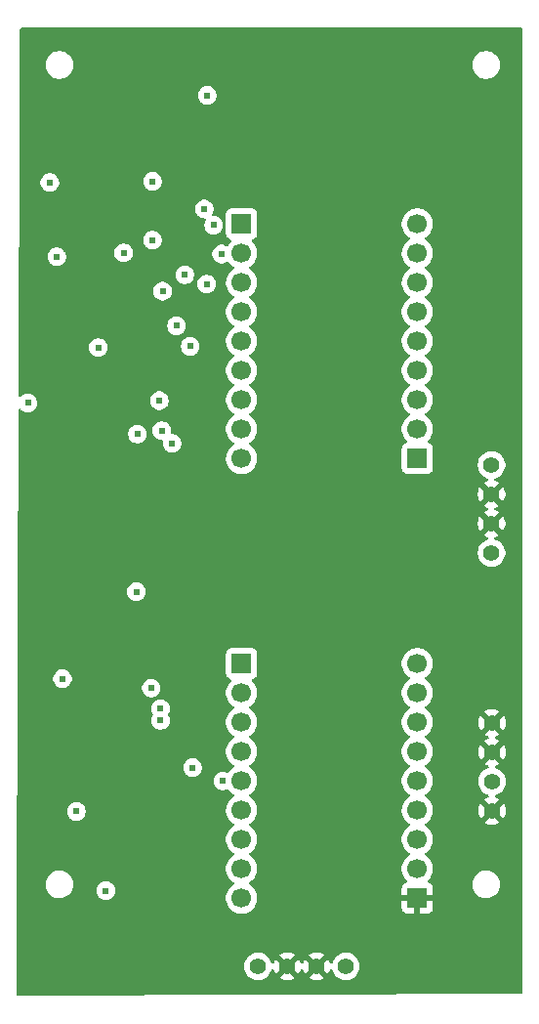
<source format=gbr>
G04 #@! TF.GenerationSoftware,KiCad,Pcbnew,9.0.0*
G04 #@! TF.CreationDate,2025-10-14T13:06:03-06:00*
G04 #@! TF.ProjectId,main_board,6d61696e-5f62-46f6-9172-642e6b696361,rev?*
G04 #@! TF.SameCoordinates,Original*
G04 #@! TF.FileFunction,Copper,L2,Inr*
G04 #@! TF.FilePolarity,Positive*
%FSLAX46Y46*%
G04 Gerber Fmt 4.6, Leading zero omitted, Abs format (unit mm)*
G04 Created by KiCad (PCBNEW 9.0.0) date 2025-10-14 13:06:03*
%MOMM*%
%LPD*%
G01*
G04 APERTURE LIST*
G04 #@! TA.AperFunction,ComponentPad*
%ADD10C,1.397000*%
G04 #@! TD*
G04 #@! TA.AperFunction,ComponentPad*
%ADD11R,1.700000X1.700000*%
G04 #@! TD*
G04 #@! TA.AperFunction,ComponentPad*
%ADD12C,1.700000*%
G04 #@! TD*
G04 #@! TA.AperFunction,ViaPad*
%ADD13C,0.610000*%
G04 #@! TD*
G04 APERTURE END LIST*
D10*
G04 #@! TO.N,+5V*
G04 #@! TO.C,J4*
X159700000Y-105880000D03*
G04 #@! TO.N,GND*
X159700000Y-108420000D03*
X159700000Y-110960000D03*
G04 #@! TO.N,+5V*
X159700000Y-113500000D03*
G04 #@! TD*
G04 #@! TO.N,+9V*
G04 #@! TO.C,J2*
X139450000Y-149320000D03*
G04 #@! TO.N,GND*
X141990000Y-149320000D03*
X144530000Y-149320000D03*
G04 #@! TO.N,+5V*
X147070000Y-149320000D03*
G04 #@! TD*
G04 #@! TO.N,GND*
G04 #@! TO.C,J3*
X159730000Y-135850000D03*
G04 #@! TO.N,/uart*
X159730000Y-133310000D03*
G04 #@! TO.N,GND*
X159730000Y-130770000D03*
X159730000Y-128230000D03*
G04 #@! TD*
D11*
G04 #@! TO.N,unconnected-(U10-Pad1)*
G04 #@! TO.C,U10*
X138030000Y-84990000D03*
D12*
G04 #@! TO.N,unconnected-(U10-Pad2)*
X138030000Y-87530000D03*
G04 #@! TO.N,unconnected-(U10-Pad3)*
X138030000Y-90070000D03*
G04 #@! TO.N,unconnected-(U10-Pad4)*
X138030000Y-92610000D03*
G04 #@! TO.N,unconnected-(U10-Pad5)*
X138030000Y-95150000D03*
G04 #@! TO.N,unconnected-(U10-Pad6)*
X138030000Y-97690000D03*
G04 #@! TO.N,unconnected-(U10-Pad7)*
X138030000Y-100230000D03*
G04 #@! TO.N,unconnected-(U10-Pad8)*
X138030000Y-102770000D03*
G04 #@! TO.N,unconnected-(U10-Pad9)*
X138030000Y-105310000D03*
D11*
G04 #@! TO.N,/CS_bar*
X138030000Y-123090000D03*
D12*
G04 #@! TO.N,unconnected-(U10-Pad17)*
X138030000Y-125630000D03*
G04 #@! TO.N,/SCK*
X138030000Y-128170000D03*
G04 #@! TO.N,unconnected-(U10-Pad19)*
X138030000Y-130710000D03*
G04 #@! TO.N,/Serial_Data_Out*
X138030000Y-133250000D03*
G04 #@! TO.N,unconnected-(U10-Pad21)*
X138030000Y-135790000D03*
G04 #@! TO.N,unconnected-(U10-Pad22)*
X138030000Y-138330000D03*
G04 #@! TO.N,unconnected-(U10-Pad23)*
X138030000Y-140870000D03*
G04 #@! TO.N,+5V*
X138030000Y-143410000D03*
D11*
G04 #@! TO.N,GND*
X153270000Y-143410000D03*
D12*
G04 #@! TO.N,unconnected-(U10-Pad26)*
X153270000Y-140870000D03*
G04 #@! TO.N,unconnected-(U10-Pad27)*
X153270000Y-138330000D03*
G04 #@! TO.N,unconnected-(U10-Pad28)*
X153270000Y-135790000D03*
G04 #@! TO.N,/uart*
X153270000Y-133250000D03*
G04 #@! TO.N,unconnected-(U10-Pad30)*
X153270000Y-130710000D03*
G04 #@! TO.N,unconnected-(U10-Pad31)*
X153270000Y-128170000D03*
G04 #@! TO.N,unconnected-(U10-Pad32)*
X153270000Y-125630000D03*
G04 #@! TO.N,unconnected-(U10-Pad33)*
X153270000Y-123090000D03*
D11*
G04 #@! TO.N,unconnected-(U10-Pad40)*
X153270000Y-105310000D03*
D12*
G04 #@! TO.N,unconnected-(U10-Pad41)*
X153270000Y-102770000D03*
G04 #@! TO.N,/Pot_SDI*
X153270000Y-100230000D03*
G04 #@! TO.N,unconnected-(U10-Pad43)*
X153270000Y-97690000D03*
G04 #@! TO.N,/Pot_CS*
X153270000Y-95150000D03*
G04 #@! TO.N,unconnected-(U10-Pad45)*
X153270000Y-92610000D03*
G04 #@! TO.N,/Pot_CLK*
X153270000Y-90070000D03*
G04 #@! TO.N,unconnected-(U10-Pad47)*
X153270000Y-87530000D03*
G04 #@! TO.N,/Bypass_ctrl*
X153270000Y-84990000D03*
G04 #@! TD*
D13*
G04 #@! TO.N,/Serial_Data_Out*
X136400000Y-133250000D03*
G04 #@! TO.N,GND*
X121700000Y-149300000D03*
X130300000Y-93000000D03*
X126290000Y-112390000D03*
X128600000Y-150300000D03*
X135500000Y-95800000D03*
X121900000Y-97600000D03*
X154000000Y-149000000D03*
X125827500Y-69072500D03*
X120630000Y-92700000D03*
X132600000Y-80200000D03*
X120600000Y-137000000D03*
X137400000Y-82100000D03*
X130000000Y-84700000D03*
X122900000Y-76800000D03*
X135500000Y-86777900D03*
X120220000Y-118700000D03*
X135400000Y-147300000D03*
X126400000Y-139200000D03*
X135272500Y-69072500D03*
X126052267Y-130586174D03*
X132655000Y-118410000D03*
G04 #@! TO.N,/Pot_CS*
X132000000Y-104000000D03*
G04 #@! TO.N,+5V*
X126262500Y-142762500D03*
X128900000Y-116860000D03*
X135050000Y-73850000D03*
X122500000Y-124400000D03*
X123700000Y-135900000D03*
X130300000Y-81300000D03*
X135600000Y-85100000D03*
X129000000Y-103200000D03*
X131182500Y-90817500D03*
X130300000Y-86400000D03*
X133580000Y-95600000D03*
X119500000Y-100500000D03*
X125600000Y-95700000D03*
G04 #@! TO.N,/Bypass_sig*
X134800000Y-83700000D03*
X135000000Y-90200000D03*
G04 #@! TO.N,/High Gain Amplifier/Sigin*
X127800000Y-87500000D03*
X133100000Y-89400000D03*
G04 #@! TO.N,/SCK*
X131000000Y-127000000D03*
G04 #@! TO.N,/CS_bar*
X130200000Y-125200000D03*
G04 #@! TO.N,Net-(C13-Pad2)*
X121400000Y-81400000D03*
X122000000Y-87825000D03*
G04 #@! TO.N,Net-(U7-SDO)*
X133775000Y-132100000D03*
X131000000Y-128000000D03*
G04 #@! TO.N,/Bypass_ctrl*
X136300000Y-87600000D03*
X132380001Y-93819999D03*
G04 #@! TO.N,/Pot_SDI*
X131100000Y-102900000D03*
G04 #@! TO.N,/Pot_CLK*
X130900000Y-100300000D03*
G04 #@! TD*
G04 #@! TA.AperFunction,Conductor*
G04 #@! TO.N,GND*
G36*
X162343039Y-68019685D02*
G01*
X162388794Y-68072489D01*
X162400000Y-68124000D01*
X162400000Y-151576563D01*
X162380315Y-151643602D01*
X162327511Y-151689357D01*
X162276565Y-151700562D01*
X118625011Y-151899430D01*
X118557882Y-151880051D01*
X118511887Y-151827456D01*
X118500447Y-151774988D01*
X118509563Y-149225631D01*
X138251000Y-149225631D01*
X138251000Y-149414368D01*
X138280522Y-149600763D01*
X138280523Y-149600767D01*
X138338843Y-149780256D01*
X138424523Y-149948413D01*
X138535454Y-150101096D01*
X138668904Y-150234546D01*
X138821587Y-150345477D01*
X138989744Y-150431157D01*
X139169233Y-150489477D01*
X139239134Y-150500548D01*
X139355632Y-150519000D01*
X139355637Y-150519000D01*
X139544368Y-150519000D01*
X139647920Y-150502598D01*
X139730767Y-150489477D01*
X139910256Y-150431157D01*
X140078413Y-150345477D01*
X140231096Y-150234546D01*
X140364546Y-150101096D01*
X140475477Y-149948413D01*
X140561157Y-149780256D01*
X140602333Y-149653529D01*
X140641768Y-149595858D01*
X140706127Y-149568659D01*
X140774973Y-149580573D01*
X140826449Y-149627817D01*
X140838193Y-149653533D01*
X140879304Y-149780061D01*
X140879305Y-149780063D01*
X140964952Y-149948153D01*
X140983189Y-149973255D01*
X140983190Y-149973255D01*
X141552352Y-149404093D01*
X141575792Y-149491571D01*
X141634311Y-149592930D01*
X141717070Y-149675689D01*
X141818429Y-149734208D01*
X141905905Y-149757647D01*
X141336743Y-150326808D01*
X141336743Y-150326809D01*
X141361844Y-150345046D01*
X141529935Y-150430694D01*
X141529938Y-150430695D01*
X141709349Y-150488988D01*
X141895677Y-150518500D01*
X142084323Y-150518500D01*
X142270650Y-150488988D01*
X142450061Y-150430695D01*
X142450064Y-150430694D01*
X142618151Y-150345048D01*
X142643256Y-150326808D01*
X142074095Y-149757647D01*
X142161571Y-149734208D01*
X142262930Y-149675689D01*
X142345689Y-149592930D01*
X142404208Y-149491571D01*
X142427647Y-149404094D01*
X142996808Y-149973256D01*
X142996808Y-149973255D01*
X143015048Y-149948151D01*
X143100694Y-149780064D01*
X143100695Y-149780061D01*
X143142069Y-149652724D01*
X143181506Y-149595049D01*
X143245865Y-149567850D01*
X143314711Y-149579764D01*
X143366187Y-149627008D01*
X143377931Y-149652724D01*
X143419304Y-149780061D01*
X143419305Y-149780063D01*
X143504952Y-149948153D01*
X143523189Y-149973255D01*
X143523190Y-149973255D01*
X144092352Y-149404093D01*
X144115792Y-149491571D01*
X144174311Y-149592930D01*
X144257070Y-149675689D01*
X144358429Y-149734208D01*
X144445905Y-149757647D01*
X143876743Y-150326808D01*
X143876743Y-150326809D01*
X143901844Y-150345046D01*
X144069935Y-150430694D01*
X144069938Y-150430695D01*
X144249349Y-150488988D01*
X144435677Y-150518500D01*
X144624323Y-150518500D01*
X144810650Y-150488988D01*
X144990061Y-150430695D01*
X144990064Y-150430694D01*
X145158151Y-150345048D01*
X145183255Y-150326808D01*
X145183256Y-150326808D01*
X144614095Y-149757647D01*
X144701571Y-149734208D01*
X144802930Y-149675689D01*
X144885689Y-149592930D01*
X144944208Y-149491571D01*
X144967647Y-149404094D01*
X145536808Y-149973256D01*
X145536808Y-149973255D01*
X145555048Y-149948151D01*
X145640694Y-149780064D01*
X145640696Y-149780058D01*
X145681806Y-149653534D01*
X145721243Y-149595858D01*
X145785601Y-149568659D01*
X145854448Y-149580573D01*
X145905924Y-149627817D01*
X145917666Y-149653528D01*
X145924173Y-149673553D01*
X145958844Y-149780260D01*
X146044390Y-149948151D01*
X146044523Y-149948413D01*
X146155454Y-150101096D01*
X146288904Y-150234546D01*
X146441587Y-150345477D01*
X146609744Y-150431157D01*
X146789233Y-150489477D01*
X146859134Y-150500548D01*
X146975632Y-150519000D01*
X146975637Y-150519000D01*
X147164368Y-150519000D01*
X147267920Y-150502598D01*
X147350767Y-150489477D01*
X147530256Y-150431157D01*
X147698413Y-150345477D01*
X147851096Y-150234546D01*
X147984546Y-150101096D01*
X148095477Y-149948413D01*
X148181157Y-149780256D01*
X148239477Y-149600767D01*
X148256772Y-149491571D01*
X148269000Y-149414368D01*
X148269000Y-149225631D01*
X148239477Y-149039236D01*
X148239477Y-149039233D01*
X148181157Y-148859744D01*
X148095477Y-148691587D01*
X147984546Y-148538904D01*
X147851096Y-148405454D01*
X147698413Y-148294523D01*
X147530256Y-148208843D01*
X147350767Y-148150523D01*
X147350765Y-148150522D01*
X147350763Y-148150522D01*
X147164368Y-148121000D01*
X147164363Y-148121000D01*
X146975637Y-148121000D01*
X146975632Y-148121000D01*
X146789236Y-148150522D01*
X146609741Y-148208844D01*
X146441586Y-148294523D01*
X146354475Y-148357813D01*
X146288904Y-148405454D01*
X146288902Y-148405456D01*
X146288901Y-148405456D01*
X146155456Y-148538901D01*
X146155456Y-148538902D01*
X146155454Y-148538904D01*
X146107813Y-148604475D01*
X146044523Y-148691586D01*
X145958844Y-148859739D01*
X145917668Y-148986467D01*
X145878230Y-149044142D01*
X145813871Y-149071340D01*
X145745025Y-149059425D01*
X145693549Y-149012181D01*
X145681806Y-148986466D01*
X145640695Y-148859938D01*
X145640694Y-148859935D01*
X145555046Y-148691844D01*
X145536809Y-148666743D01*
X145536808Y-148666743D01*
X144967647Y-149235904D01*
X144944208Y-149148429D01*
X144885689Y-149047070D01*
X144802930Y-148964311D01*
X144701571Y-148905792D01*
X144614094Y-148882352D01*
X145183255Y-148313190D01*
X145183255Y-148313189D01*
X145158153Y-148294952D01*
X144990063Y-148209305D01*
X144990061Y-148209304D01*
X144810650Y-148151011D01*
X144624323Y-148121500D01*
X144435677Y-148121500D01*
X144249349Y-148151011D01*
X144069938Y-148209304D01*
X144069936Y-148209305D01*
X143901844Y-148294953D01*
X143901839Y-148294957D01*
X143876743Y-148313188D01*
X143876743Y-148313191D01*
X144445906Y-148882352D01*
X144358429Y-148905792D01*
X144257070Y-148964311D01*
X144174311Y-149047070D01*
X144115792Y-149148429D01*
X144092352Y-149235905D01*
X143523191Y-148666743D01*
X143523188Y-148666743D01*
X143504957Y-148691839D01*
X143504953Y-148691844D01*
X143419305Y-148859936D01*
X143419304Y-148859938D01*
X143377931Y-148987275D01*
X143338494Y-149044950D01*
X143274135Y-149072149D01*
X143205289Y-149060235D01*
X143153813Y-149012991D01*
X143142069Y-148987275D01*
X143100695Y-148859938D01*
X143100694Y-148859935D01*
X143015046Y-148691844D01*
X142996809Y-148666743D01*
X142996808Y-148666743D01*
X142427647Y-149235904D01*
X142404208Y-149148429D01*
X142345689Y-149047070D01*
X142262930Y-148964311D01*
X142161571Y-148905792D01*
X142074094Y-148882352D01*
X142643255Y-148313190D01*
X142643255Y-148313189D01*
X142618153Y-148294952D01*
X142450063Y-148209305D01*
X142450061Y-148209304D01*
X142270650Y-148151011D01*
X142084323Y-148121500D01*
X141895677Y-148121500D01*
X141709349Y-148151011D01*
X141529938Y-148209304D01*
X141529936Y-148209305D01*
X141361844Y-148294953D01*
X141361839Y-148294957D01*
X141336743Y-148313188D01*
X141336743Y-148313191D01*
X141905906Y-148882352D01*
X141818429Y-148905792D01*
X141717070Y-148964311D01*
X141634311Y-149047070D01*
X141575792Y-149148429D01*
X141552352Y-149235905D01*
X140983191Y-148666743D01*
X140983188Y-148666743D01*
X140964957Y-148691839D01*
X140964953Y-148691844D01*
X140879306Y-148859935D01*
X140838193Y-148986467D01*
X140798755Y-149044142D01*
X140734396Y-149071340D01*
X140665550Y-149059425D01*
X140614074Y-149012181D01*
X140602333Y-148986472D01*
X140561157Y-148859744D01*
X140475477Y-148691587D01*
X140364546Y-148538904D01*
X140231096Y-148405454D01*
X140078413Y-148294523D01*
X139910256Y-148208843D01*
X139730767Y-148150523D01*
X139730765Y-148150522D01*
X139730763Y-148150522D01*
X139544368Y-148121000D01*
X139544363Y-148121000D01*
X139355637Y-148121000D01*
X139355632Y-148121000D01*
X139169236Y-148150522D01*
X138989741Y-148208844D01*
X138821586Y-148294523D01*
X138734475Y-148357813D01*
X138668904Y-148405454D01*
X138668902Y-148405456D01*
X138668901Y-148405456D01*
X138535456Y-148538901D01*
X138535456Y-148538902D01*
X138535454Y-148538904D01*
X138487813Y-148604475D01*
X138424523Y-148691586D01*
X138338844Y-148859741D01*
X138280522Y-149039236D01*
X138251000Y-149225631D01*
X118509563Y-149225631D01*
X118509582Y-149220322D01*
X118519721Y-146384571D01*
X118534950Y-142125513D01*
X121029500Y-142125513D01*
X121029500Y-142314486D01*
X121059059Y-142501118D01*
X121117454Y-142680836D01*
X121199488Y-142841835D01*
X121203240Y-142849199D01*
X121314310Y-143002073D01*
X121447927Y-143135690D01*
X121600801Y-143246760D01*
X121658139Y-143275975D01*
X121769163Y-143332545D01*
X121769165Y-143332545D01*
X121769168Y-143332547D01*
X121865497Y-143363846D01*
X121948881Y-143390940D01*
X122135514Y-143420500D01*
X122135519Y-143420500D01*
X122324486Y-143420500D01*
X122511118Y-143390940D01*
X122519646Y-143388169D01*
X122690832Y-143332547D01*
X122859199Y-143246760D01*
X123012073Y-143135690D01*
X123145690Y-143002073D01*
X123256760Y-142849199D01*
X123341361Y-142683160D01*
X125457000Y-142683160D01*
X125457000Y-142841839D01*
X125487953Y-142997448D01*
X125487955Y-142997456D01*
X125548674Y-143144043D01*
X125548679Y-143144053D01*
X125636827Y-143275975D01*
X125636830Y-143275979D01*
X125749020Y-143388169D01*
X125749024Y-143388172D01*
X125880946Y-143476320D01*
X125880950Y-143476322D01*
X125880953Y-143476324D01*
X126027544Y-143537045D01*
X126183160Y-143567999D01*
X126183163Y-143568000D01*
X126183165Y-143568000D01*
X126341837Y-143568000D01*
X126341838Y-143567999D01*
X126497456Y-143537045D01*
X126644047Y-143476324D01*
X126775976Y-143388172D01*
X126888172Y-143275976D01*
X126976324Y-143144047D01*
X127037045Y-142997456D01*
X127068000Y-142841835D01*
X127068000Y-142683165D01*
X127068000Y-142683162D01*
X127067999Y-142683160D01*
X127037046Y-142527551D01*
X127037045Y-142527544D01*
X126976324Y-142380953D01*
X126976322Y-142380950D01*
X126976320Y-142380946D01*
X126888172Y-142249024D01*
X126888169Y-142249020D01*
X126775979Y-142136830D01*
X126775975Y-142136827D01*
X126644053Y-142048679D01*
X126644043Y-142048674D01*
X126497456Y-141987955D01*
X126497448Y-141987953D01*
X126341838Y-141957000D01*
X126341835Y-141957000D01*
X126183165Y-141957000D01*
X126183162Y-141957000D01*
X126027551Y-141987953D01*
X126027543Y-141987955D01*
X125880956Y-142048674D01*
X125880946Y-142048679D01*
X125749024Y-142136827D01*
X125749020Y-142136830D01*
X125636830Y-142249020D01*
X125636827Y-142249024D01*
X125548679Y-142380946D01*
X125548674Y-142380956D01*
X125487955Y-142527543D01*
X125487953Y-142527551D01*
X125457000Y-142683160D01*
X123341361Y-142683160D01*
X123342547Y-142680832D01*
X123400940Y-142501118D01*
X123419972Y-142380956D01*
X123430500Y-142314486D01*
X123430500Y-142125513D01*
X123400940Y-141938881D01*
X123342545Y-141759163D01*
X123256759Y-141590800D01*
X123145690Y-141437927D01*
X123012073Y-141304310D01*
X122859199Y-141193240D01*
X122845459Y-141186239D01*
X122690836Y-141107454D01*
X122511118Y-141049059D01*
X122324486Y-141019500D01*
X122324481Y-141019500D01*
X122135519Y-141019500D01*
X122135514Y-141019500D01*
X121948881Y-141049059D01*
X121769163Y-141107454D01*
X121600800Y-141193240D01*
X121513579Y-141256610D01*
X121447927Y-141304310D01*
X121447925Y-141304312D01*
X121447924Y-141304312D01*
X121314312Y-141437924D01*
X121314312Y-141437925D01*
X121314310Y-141437927D01*
X121266610Y-141503579D01*
X121203240Y-141590800D01*
X121117454Y-141759163D01*
X121059059Y-141938881D01*
X121029500Y-142125513D01*
X118534950Y-142125513D01*
X118557494Y-135820660D01*
X122894500Y-135820660D01*
X122894500Y-135979339D01*
X122925453Y-136134948D01*
X122925455Y-136134956D01*
X122986174Y-136281543D01*
X122986179Y-136281553D01*
X123074327Y-136413475D01*
X123074330Y-136413479D01*
X123186520Y-136525669D01*
X123186524Y-136525672D01*
X123318446Y-136613820D01*
X123318450Y-136613822D01*
X123318453Y-136613824D01*
X123465044Y-136674545D01*
X123620660Y-136705499D01*
X123620663Y-136705500D01*
X123620665Y-136705500D01*
X123779337Y-136705500D01*
X123779338Y-136705499D01*
X123934956Y-136674545D01*
X124081547Y-136613824D01*
X124213476Y-136525672D01*
X124325672Y-136413476D01*
X124413824Y-136281547D01*
X124474545Y-136134956D01*
X124505500Y-135979335D01*
X124505500Y-135820665D01*
X124505500Y-135820662D01*
X124505499Y-135820660D01*
X124492573Y-135755676D01*
X124474545Y-135665044D01*
X124413824Y-135518453D01*
X124413822Y-135518450D01*
X124413820Y-135518446D01*
X124325672Y-135386524D01*
X124325669Y-135386520D01*
X124213479Y-135274330D01*
X124213475Y-135274327D01*
X124081553Y-135186179D01*
X124081543Y-135186174D01*
X123934956Y-135125455D01*
X123934948Y-135125453D01*
X123779338Y-135094500D01*
X123779335Y-135094500D01*
X123620665Y-135094500D01*
X123620662Y-135094500D01*
X123465051Y-135125453D01*
X123465043Y-135125455D01*
X123318456Y-135186174D01*
X123318446Y-135186179D01*
X123186524Y-135274327D01*
X123186520Y-135274330D01*
X123074330Y-135386520D01*
X123074327Y-135386524D01*
X122986179Y-135518446D01*
X122986174Y-135518456D01*
X122925455Y-135665043D01*
X122925453Y-135665051D01*
X122894500Y-135820660D01*
X118557494Y-135820660D01*
X118566970Y-133170660D01*
X135594500Y-133170660D01*
X135594500Y-133329339D01*
X135625453Y-133484948D01*
X135625455Y-133484956D01*
X135686174Y-133631543D01*
X135686179Y-133631553D01*
X135774327Y-133763475D01*
X135774330Y-133763479D01*
X135886520Y-133875669D01*
X135886524Y-133875672D01*
X136018446Y-133963820D01*
X136018450Y-133963822D01*
X136018453Y-133963824D01*
X136165044Y-134024545D01*
X136320660Y-134055499D01*
X136320663Y-134055500D01*
X136320665Y-134055500D01*
X136479337Y-134055500D01*
X136479338Y-134055499D01*
X136634956Y-134024545D01*
X136766386Y-133970103D01*
X136835854Y-133962635D01*
X136898333Y-133993909D01*
X136914154Y-134011778D01*
X136923430Y-134024545D01*
X136999892Y-134129788D01*
X137150213Y-134280109D01*
X137322182Y-134405050D01*
X137330946Y-134409516D01*
X137381742Y-134457491D01*
X137398536Y-134525312D01*
X137375998Y-134591447D01*
X137330946Y-134630484D01*
X137322182Y-134634949D01*
X137150213Y-134759890D01*
X136999890Y-134910213D01*
X136874951Y-135082179D01*
X136778444Y-135271585D01*
X136712753Y-135473760D01*
X136682457Y-135665043D01*
X136679500Y-135683713D01*
X136679500Y-135896287D01*
X136712754Y-136106243D01*
X136764080Y-136264208D01*
X136778444Y-136308414D01*
X136874951Y-136497820D01*
X136999890Y-136669786D01*
X137150213Y-136820109D01*
X137322182Y-136945050D01*
X137330946Y-136949516D01*
X137381742Y-136997491D01*
X137398536Y-137065312D01*
X137375998Y-137131447D01*
X137330946Y-137170484D01*
X137322182Y-137174949D01*
X137150213Y-137299890D01*
X136999890Y-137450213D01*
X136874951Y-137622179D01*
X136778444Y-137811585D01*
X136712753Y-138013760D01*
X136679500Y-138223713D01*
X136679500Y-138436286D01*
X136712753Y-138646239D01*
X136778444Y-138848414D01*
X136874951Y-139037820D01*
X136999890Y-139209786D01*
X137150213Y-139360109D01*
X137322182Y-139485050D01*
X137330946Y-139489516D01*
X137381742Y-139537491D01*
X137398536Y-139605312D01*
X137375998Y-139671447D01*
X137330946Y-139710484D01*
X137322182Y-139714949D01*
X137150213Y-139839890D01*
X136999890Y-139990213D01*
X136874951Y-140162179D01*
X136778444Y-140351585D01*
X136712753Y-140553760D01*
X136679500Y-140763713D01*
X136679500Y-140976287D01*
X136712754Y-141186243D01*
X136751116Y-141304310D01*
X136778444Y-141388414D01*
X136874951Y-141577820D01*
X136999890Y-141749786D01*
X137150213Y-141900109D01*
X137322182Y-142025050D01*
X137330946Y-142029516D01*
X137381742Y-142077491D01*
X137398536Y-142145312D01*
X137375998Y-142211447D01*
X137330946Y-142250484D01*
X137322182Y-142254949D01*
X137150213Y-142379890D01*
X136999890Y-142530213D01*
X136874951Y-142702179D01*
X136778444Y-142891585D01*
X136712753Y-143093760D01*
X136679500Y-143303713D01*
X136679500Y-143516286D01*
X136712753Y-143726239D01*
X136778444Y-143928414D01*
X136874951Y-144117820D01*
X136999890Y-144289786D01*
X137150213Y-144440109D01*
X137322179Y-144565048D01*
X137322181Y-144565049D01*
X137322184Y-144565051D01*
X137511588Y-144661557D01*
X137713757Y-144727246D01*
X137923713Y-144760500D01*
X137923714Y-144760500D01*
X138136286Y-144760500D01*
X138136287Y-144760500D01*
X138346243Y-144727246D01*
X138548412Y-144661557D01*
X138737816Y-144565051D01*
X138824471Y-144502093D01*
X138909786Y-144440109D01*
X138909788Y-144440106D01*
X138909792Y-144440104D01*
X139060104Y-144289792D01*
X139060106Y-144289788D01*
X139060109Y-144289786D01*
X139185048Y-144117820D01*
X139185047Y-144117820D01*
X139185051Y-144117816D01*
X139281557Y-143928412D01*
X139347246Y-143726243D01*
X139380500Y-143516287D01*
X139380500Y-143303713D01*
X139347246Y-143093757D01*
X139281557Y-142891588D01*
X139185051Y-142702184D01*
X139185049Y-142702181D01*
X139185048Y-142702179D01*
X139060109Y-142530213D01*
X138909786Y-142379890D01*
X138737820Y-142254951D01*
X138737115Y-142254591D01*
X138729054Y-142250485D01*
X138678259Y-142202512D01*
X138661463Y-142134692D01*
X138683999Y-142068556D01*
X138729054Y-142029515D01*
X138737816Y-142025051D01*
X138788875Y-141987955D01*
X138909786Y-141900109D01*
X138909788Y-141900106D01*
X138909792Y-141900104D01*
X139060104Y-141749792D01*
X139060106Y-141749788D01*
X139060109Y-141749786D01*
X139185048Y-141577820D01*
X139185047Y-141577820D01*
X139185051Y-141577816D01*
X139281557Y-141388412D01*
X139347246Y-141186243D01*
X139380500Y-140976287D01*
X139380500Y-140763713D01*
X139347246Y-140553757D01*
X139281557Y-140351588D01*
X139185051Y-140162184D01*
X139185049Y-140162181D01*
X139185048Y-140162179D01*
X139060109Y-139990213D01*
X138909786Y-139839890D01*
X138737820Y-139714951D01*
X138737115Y-139714591D01*
X138729054Y-139710485D01*
X138678259Y-139662512D01*
X138661463Y-139594692D01*
X138683999Y-139528556D01*
X138729054Y-139489515D01*
X138737816Y-139485051D01*
X138759789Y-139469086D01*
X138909786Y-139360109D01*
X138909788Y-139360106D01*
X138909792Y-139360104D01*
X139060104Y-139209792D01*
X139060106Y-139209788D01*
X139060109Y-139209786D01*
X139185048Y-139037820D01*
X139185047Y-139037820D01*
X139185051Y-139037816D01*
X139281557Y-138848412D01*
X139347246Y-138646243D01*
X139380500Y-138436287D01*
X139380500Y-138223713D01*
X139347246Y-138013757D01*
X139281557Y-137811588D01*
X139185051Y-137622184D01*
X139185049Y-137622181D01*
X139185048Y-137622179D01*
X139060109Y-137450213D01*
X138909786Y-137299890D01*
X138737820Y-137174951D01*
X138737115Y-137174591D01*
X138729054Y-137170485D01*
X138678259Y-137122512D01*
X138661463Y-137054692D01*
X138683999Y-136988556D01*
X138729054Y-136949515D01*
X138737816Y-136945051D01*
X138834168Y-136875048D01*
X138909786Y-136820109D01*
X138909788Y-136820106D01*
X138909792Y-136820104D01*
X139060104Y-136669792D01*
X139060106Y-136669788D01*
X139060109Y-136669786D01*
X139185048Y-136497820D01*
X139185047Y-136497820D01*
X139185051Y-136497816D01*
X139281557Y-136308412D01*
X139347246Y-136106243D01*
X139380500Y-135896287D01*
X139380500Y-135683713D01*
X139347246Y-135473757D01*
X139281557Y-135271588D01*
X139185051Y-135082184D01*
X139185049Y-135082181D01*
X139185048Y-135082179D01*
X139060109Y-134910213D01*
X138909786Y-134759890D01*
X138737820Y-134634951D01*
X138737115Y-134634591D01*
X138729054Y-134630485D01*
X138678259Y-134582512D01*
X138661463Y-134514692D01*
X138683999Y-134448556D01*
X138729054Y-134409515D01*
X138737816Y-134405051D01*
X138759789Y-134389086D01*
X138909786Y-134280109D01*
X138909788Y-134280106D01*
X138909792Y-134280104D01*
X139060104Y-134129792D01*
X139060106Y-134129788D01*
X139060109Y-134129786D01*
X139185048Y-133957820D01*
X139185047Y-133957820D01*
X139185051Y-133957816D01*
X139281557Y-133768412D01*
X139347246Y-133566243D01*
X139380500Y-133356287D01*
X139380500Y-133143713D01*
X139347246Y-132933757D01*
X139281557Y-132731588D01*
X139185051Y-132542184D01*
X139185049Y-132542181D01*
X139185048Y-132542179D01*
X139060109Y-132370213D01*
X138909786Y-132219890D01*
X138737820Y-132094951D01*
X138736833Y-132094448D01*
X138729054Y-132090485D01*
X138678259Y-132042512D01*
X138661463Y-131974692D01*
X138683999Y-131908556D01*
X138729054Y-131869515D01*
X138737816Y-131865051D01*
X138834168Y-131795048D01*
X138909786Y-131740109D01*
X138909788Y-131740106D01*
X138909792Y-131740104D01*
X139060104Y-131589792D01*
X139060106Y-131589788D01*
X139060109Y-131589786D01*
X139185048Y-131417820D01*
X139185047Y-131417820D01*
X139185051Y-131417816D01*
X139281557Y-131228412D01*
X139347246Y-131026243D01*
X139380500Y-130816287D01*
X139380500Y-130603713D01*
X139347246Y-130393757D01*
X139281557Y-130191588D01*
X139185051Y-130002184D01*
X139185049Y-130002181D01*
X139185048Y-130002179D01*
X139060109Y-129830213D01*
X138909786Y-129679890D01*
X138737820Y-129554951D01*
X138737115Y-129554591D01*
X138729054Y-129550485D01*
X138678259Y-129502512D01*
X138661463Y-129434692D01*
X138683999Y-129368556D01*
X138729054Y-129329515D01*
X138737816Y-129325051D01*
X138834168Y-129255048D01*
X138909786Y-129200109D01*
X138909788Y-129200106D01*
X138909792Y-129200104D01*
X139060104Y-129049792D01*
X139060106Y-129049788D01*
X139060109Y-129049786D01*
X139185048Y-128877820D01*
X139185047Y-128877820D01*
X139185051Y-128877816D01*
X139281557Y-128688412D01*
X139347246Y-128486243D01*
X139380500Y-128276287D01*
X139380500Y-128063713D01*
X139347246Y-127853757D01*
X139281557Y-127651588D01*
X139185051Y-127462184D01*
X139185049Y-127462181D01*
X139185048Y-127462179D01*
X139060109Y-127290213D01*
X138909786Y-127139890D01*
X138737820Y-127014951D01*
X138737115Y-127014591D01*
X138729054Y-127010485D01*
X138678259Y-126962512D01*
X138661463Y-126894692D01*
X138683999Y-126828556D01*
X138729054Y-126789515D01*
X138737816Y-126785051D01*
X138765355Y-126765043D01*
X138909786Y-126660109D01*
X138909788Y-126660106D01*
X138909792Y-126660104D01*
X139060104Y-126509792D01*
X139060106Y-126509788D01*
X139060109Y-126509786D01*
X139185048Y-126337820D01*
X139185047Y-126337820D01*
X139185051Y-126337816D01*
X139281557Y-126148412D01*
X139347246Y-125946243D01*
X139380500Y-125736287D01*
X139380500Y-125523713D01*
X139347246Y-125313757D01*
X139281557Y-125111588D01*
X139185051Y-124922184D01*
X139185049Y-124922181D01*
X139185048Y-124922179D01*
X139060109Y-124750213D01*
X138946569Y-124636673D01*
X138913084Y-124575350D01*
X138918068Y-124505658D01*
X138959940Y-124449725D01*
X138990915Y-124432810D01*
X139122331Y-124383796D01*
X139237546Y-124297546D01*
X139323796Y-124182331D01*
X139374091Y-124047483D01*
X139380500Y-123987873D01*
X139380499Y-122983713D01*
X151919500Y-122983713D01*
X151919500Y-123196286D01*
X151952753Y-123406239D01*
X152018444Y-123608414D01*
X152114951Y-123797820D01*
X152239890Y-123969786D01*
X152390213Y-124120109D01*
X152562182Y-124245050D01*
X152570946Y-124249516D01*
X152621742Y-124297491D01*
X152638536Y-124365312D01*
X152615998Y-124431447D01*
X152570946Y-124470484D01*
X152562182Y-124474949D01*
X152390213Y-124599890D01*
X152239890Y-124750213D01*
X152114951Y-124922179D01*
X152018444Y-125111585D01*
X152018443Y-125111587D01*
X152018443Y-125111588D01*
X152017716Y-125113825D01*
X151952753Y-125313760D01*
X151919500Y-125523713D01*
X151919500Y-125736286D01*
X151947618Y-125913820D01*
X151952754Y-125946243D01*
X151961950Y-125974546D01*
X152018444Y-126148414D01*
X152114951Y-126337820D01*
X152239890Y-126509786D01*
X152390213Y-126660109D01*
X152562182Y-126785050D01*
X152570946Y-126789516D01*
X152621742Y-126837491D01*
X152638536Y-126905312D01*
X152615998Y-126971447D01*
X152570946Y-127010484D01*
X152562182Y-127014949D01*
X152390213Y-127139890D01*
X152239890Y-127290213D01*
X152114951Y-127462179D01*
X152018444Y-127651585D01*
X151952753Y-127853760D01*
X151920337Y-128058429D01*
X151919500Y-128063713D01*
X151919500Y-128276287D01*
X151952754Y-128486243D01*
X152004080Y-128644208D01*
X152018444Y-128688414D01*
X152114951Y-128877820D01*
X152239890Y-129049786D01*
X152390213Y-129200109D01*
X152562182Y-129325050D01*
X152570946Y-129329516D01*
X152621742Y-129377491D01*
X152638536Y-129445312D01*
X152615998Y-129511447D01*
X152570946Y-129550484D01*
X152562182Y-129554949D01*
X152390213Y-129679890D01*
X152239890Y-129830213D01*
X152114951Y-130002179D01*
X152018444Y-130191585D01*
X151952753Y-130393760D01*
X151920337Y-130598429D01*
X151919500Y-130603713D01*
X151919500Y-130816287D01*
X151952754Y-131026243D01*
X152004080Y-131184208D01*
X152018444Y-131228414D01*
X152114951Y-131417820D01*
X152239890Y-131589786D01*
X152390213Y-131740109D01*
X152562182Y-131865050D01*
X152570946Y-131869516D01*
X152621742Y-131917491D01*
X152638536Y-131985312D01*
X152615998Y-132051447D01*
X152570946Y-132090484D01*
X152562182Y-132094949D01*
X152390213Y-132219890D01*
X152239890Y-132370213D01*
X152114951Y-132542179D01*
X152018444Y-132731585D01*
X152018443Y-132731587D01*
X152018443Y-132731588D01*
X152016839Y-132736524D01*
X151952753Y-132933760D01*
X151919500Y-133143713D01*
X151919500Y-133356287D01*
X151952754Y-133566243D01*
X152016840Y-133763479D01*
X152018444Y-133768414D01*
X152114951Y-133957820D01*
X152239890Y-134129786D01*
X152390213Y-134280109D01*
X152562182Y-134405050D01*
X152570946Y-134409516D01*
X152621742Y-134457491D01*
X152638536Y-134525312D01*
X152615998Y-134591447D01*
X152570946Y-134630484D01*
X152562182Y-134634949D01*
X152390213Y-134759890D01*
X152239890Y-134910213D01*
X152114951Y-135082179D01*
X152018444Y-135271585D01*
X151952753Y-135473760D01*
X151922457Y-135665043D01*
X151919500Y-135683713D01*
X151919500Y-135896287D01*
X151952754Y-136106243D01*
X152004080Y-136264208D01*
X152018444Y-136308414D01*
X152114951Y-136497820D01*
X152239890Y-136669786D01*
X152390213Y-136820109D01*
X152562182Y-136945050D01*
X152570946Y-136949516D01*
X152621742Y-136997491D01*
X152638536Y-137065312D01*
X152615998Y-137131447D01*
X152570946Y-137170484D01*
X152562182Y-137174949D01*
X152390213Y-137299890D01*
X152239890Y-137450213D01*
X152114951Y-137622179D01*
X152018444Y-137811585D01*
X151952753Y-138013760D01*
X151919500Y-138223713D01*
X151919500Y-138436286D01*
X151952753Y-138646239D01*
X152018444Y-138848414D01*
X152114951Y-139037820D01*
X152239890Y-139209786D01*
X152390213Y-139360109D01*
X152562182Y-139485050D01*
X152570946Y-139489516D01*
X152621742Y-139537491D01*
X152638536Y-139605312D01*
X152615998Y-139671447D01*
X152570946Y-139710484D01*
X152562182Y-139714949D01*
X152390213Y-139839890D01*
X152239890Y-139990213D01*
X152114951Y-140162179D01*
X152018444Y-140351585D01*
X151952753Y-140553760D01*
X151919500Y-140763713D01*
X151919500Y-140976287D01*
X151952754Y-141186243D01*
X151991116Y-141304310D01*
X152018444Y-141388414D01*
X152114951Y-141577820D01*
X152239890Y-141749786D01*
X152353818Y-141863714D01*
X152387303Y-141925037D01*
X152382319Y-141994729D01*
X152340447Y-142050662D01*
X152309471Y-142067577D01*
X152177912Y-142116646D01*
X152177906Y-142116649D01*
X152062812Y-142202809D01*
X152062809Y-142202812D01*
X151976649Y-142317906D01*
X151976645Y-142317913D01*
X151926403Y-142452620D01*
X151926401Y-142452627D01*
X151920000Y-142512155D01*
X151920000Y-143160000D01*
X152836988Y-143160000D01*
X152804075Y-143217007D01*
X152770000Y-143344174D01*
X152770000Y-143475826D01*
X152804075Y-143602993D01*
X152836988Y-143660000D01*
X151920000Y-143660000D01*
X151920000Y-144307844D01*
X151926401Y-144367372D01*
X151926403Y-144367379D01*
X151976645Y-144502086D01*
X151976649Y-144502093D01*
X152062809Y-144617187D01*
X152062812Y-144617190D01*
X152177906Y-144703350D01*
X152177913Y-144703354D01*
X152312620Y-144753596D01*
X152312627Y-144753598D01*
X152372155Y-144759999D01*
X152372172Y-144760000D01*
X153020000Y-144760000D01*
X153020000Y-143843012D01*
X153077007Y-143875925D01*
X153204174Y-143910000D01*
X153335826Y-143910000D01*
X153462993Y-143875925D01*
X153520000Y-143843012D01*
X153520000Y-144760000D01*
X154167828Y-144760000D01*
X154167844Y-144759999D01*
X154227372Y-144753598D01*
X154227379Y-144753596D01*
X154362086Y-144703354D01*
X154362093Y-144703350D01*
X154477187Y-144617190D01*
X154477190Y-144617187D01*
X154563350Y-144502093D01*
X154563354Y-144502086D01*
X154613596Y-144367379D01*
X154613598Y-144367372D01*
X154619999Y-144307844D01*
X154620000Y-144307827D01*
X154620000Y-143660000D01*
X153703012Y-143660000D01*
X153735925Y-143602993D01*
X153770000Y-143475826D01*
X153770000Y-143344174D01*
X153735925Y-143217007D01*
X153703012Y-143160000D01*
X154620000Y-143160000D01*
X154620000Y-142512172D01*
X154619999Y-142512155D01*
X154613598Y-142452627D01*
X154613596Y-142452620D01*
X154563354Y-142317913D01*
X154563350Y-142317906D01*
X154477190Y-142202812D01*
X154477187Y-142202809D01*
X154373934Y-142125513D01*
X158029500Y-142125513D01*
X158029500Y-142314486D01*
X158059059Y-142501118D01*
X158117454Y-142680836D01*
X158199488Y-142841835D01*
X158203240Y-142849199D01*
X158314310Y-143002073D01*
X158447927Y-143135690D01*
X158600801Y-143246760D01*
X158658139Y-143275975D01*
X158769163Y-143332545D01*
X158769165Y-143332545D01*
X158769168Y-143332547D01*
X158865497Y-143363846D01*
X158948881Y-143390940D01*
X159135514Y-143420500D01*
X159135519Y-143420500D01*
X159324486Y-143420500D01*
X159511118Y-143390940D01*
X159519646Y-143388169D01*
X159690832Y-143332547D01*
X159859199Y-143246760D01*
X160012073Y-143135690D01*
X160145690Y-143002073D01*
X160256760Y-142849199D01*
X160342547Y-142680832D01*
X160400940Y-142501118D01*
X160419972Y-142380956D01*
X160430500Y-142314486D01*
X160430500Y-142125513D01*
X160400940Y-141938881D01*
X160342545Y-141759163D01*
X160256759Y-141590800D01*
X160145690Y-141437927D01*
X160012073Y-141304310D01*
X159859199Y-141193240D01*
X159845459Y-141186239D01*
X159690836Y-141107454D01*
X159511118Y-141049059D01*
X159324486Y-141019500D01*
X159324481Y-141019500D01*
X159135519Y-141019500D01*
X159135514Y-141019500D01*
X158948881Y-141049059D01*
X158769163Y-141107454D01*
X158600800Y-141193240D01*
X158513579Y-141256610D01*
X158447927Y-141304310D01*
X158447925Y-141304312D01*
X158447924Y-141304312D01*
X158314312Y-141437924D01*
X158314312Y-141437925D01*
X158314310Y-141437927D01*
X158266610Y-141503579D01*
X158203240Y-141590800D01*
X158117454Y-141759163D01*
X158059059Y-141938881D01*
X158029500Y-142125513D01*
X154373934Y-142125513D01*
X154362093Y-142116649D01*
X154362088Y-142116646D01*
X154230528Y-142067577D01*
X154174595Y-142025705D01*
X154150178Y-141960241D01*
X154165030Y-141891968D01*
X154186175Y-141863720D01*
X154300104Y-141749792D01*
X154425051Y-141577816D01*
X154521557Y-141388412D01*
X154587246Y-141186243D01*
X154620500Y-140976287D01*
X154620500Y-140763713D01*
X154587246Y-140553757D01*
X154521557Y-140351588D01*
X154425051Y-140162184D01*
X154425049Y-140162181D01*
X154425048Y-140162179D01*
X154300109Y-139990213D01*
X154149786Y-139839890D01*
X153977820Y-139714951D01*
X153977115Y-139714591D01*
X153969054Y-139710485D01*
X153918259Y-139662512D01*
X153901463Y-139594692D01*
X153923999Y-139528556D01*
X153969054Y-139489515D01*
X153977816Y-139485051D01*
X153999789Y-139469086D01*
X154149786Y-139360109D01*
X154149788Y-139360106D01*
X154149792Y-139360104D01*
X154300104Y-139209792D01*
X154300106Y-139209788D01*
X154300109Y-139209786D01*
X154425048Y-139037820D01*
X154425047Y-139037820D01*
X154425051Y-139037816D01*
X154521557Y-138848412D01*
X154587246Y-138646243D01*
X154620500Y-138436287D01*
X154620500Y-138223713D01*
X154587246Y-138013757D01*
X154521557Y-137811588D01*
X154425051Y-137622184D01*
X154425049Y-137622181D01*
X154425048Y-137622179D01*
X154300109Y-137450213D01*
X154149786Y-137299890D01*
X153977820Y-137174951D01*
X153977115Y-137174591D01*
X153969054Y-137170485D01*
X153918259Y-137122512D01*
X153901463Y-137054692D01*
X153923999Y-136988556D01*
X153969054Y-136949515D01*
X153977816Y-136945051D01*
X154074168Y-136875048D01*
X154149786Y-136820109D01*
X154149788Y-136820106D01*
X154149792Y-136820104D01*
X154300104Y-136669792D01*
X154300106Y-136669788D01*
X154300109Y-136669786D01*
X154425048Y-136497820D01*
X154425047Y-136497820D01*
X154425051Y-136497816D01*
X154521557Y-136308412D01*
X154587246Y-136106243D01*
X154620500Y-135896287D01*
X154620500Y-135683713D01*
X154587246Y-135473757D01*
X154521557Y-135271588D01*
X154425051Y-135082184D01*
X154425049Y-135082181D01*
X154425048Y-135082179D01*
X154300109Y-134910213D01*
X154149786Y-134759890D01*
X153977820Y-134634951D01*
X153977115Y-134634591D01*
X153969054Y-134630485D01*
X153918259Y-134582512D01*
X153901463Y-134514692D01*
X153923999Y-134448556D01*
X153969054Y-134409515D01*
X153977816Y-134405051D01*
X153999789Y-134389086D01*
X154149786Y-134280109D01*
X154149788Y-134280106D01*
X154149792Y-134280104D01*
X154300104Y-134129792D01*
X154300106Y-134129788D01*
X154300109Y-134129786D01*
X154425048Y-133957820D01*
X154425047Y-133957820D01*
X154425051Y-133957816D01*
X154521557Y-133768412D01*
X154587246Y-133566243D01*
X154620500Y-133356287D01*
X154620500Y-133215631D01*
X158531000Y-133215631D01*
X158531000Y-133404368D01*
X158560522Y-133590763D01*
X158560523Y-133590767D01*
X158618843Y-133770256D01*
X158704523Y-133938413D01*
X158815454Y-134091096D01*
X158948904Y-134224546D01*
X159101587Y-134335477D01*
X159269744Y-134421157D01*
X159396468Y-134462332D01*
X159454141Y-134501768D01*
X159481340Y-134566127D01*
X159469425Y-134634973D01*
X159422181Y-134686449D01*
X159396467Y-134698193D01*
X159269935Y-134739306D01*
X159101844Y-134824953D01*
X159101839Y-134824957D01*
X159076743Y-134843188D01*
X159076743Y-134843191D01*
X159645906Y-135412352D01*
X159558429Y-135435792D01*
X159457070Y-135494311D01*
X159374311Y-135577070D01*
X159315792Y-135678429D01*
X159292352Y-135765905D01*
X158723191Y-135196743D01*
X158723188Y-135196743D01*
X158704957Y-135221839D01*
X158704953Y-135221844D01*
X158619305Y-135389936D01*
X158619304Y-135389938D01*
X158561011Y-135569349D01*
X158531500Y-135755676D01*
X158531500Y-135944323D01*
X158561011Y-136130650D01*
X158619304Y-136310061D01*
X158619305Y-136310063D01*
X158704952Y-136478153D01*
X158723189Y-136503255D01*
X158723190Y-136503255D01*
X159292352Y-135934093D01*
X159315792Y-136021571D01*
X159374311Y-136122930D01*
X159457070Y-136205689D01*
X159558429Y-136264208D01*
X159645905Y-136287647D01*
X159076743Y-136856808D01*
X159076743Y-136856809D01*
X159101844Y-136875046D01*
X159269935Y-136960694D01*
X159269938Y-136960695D01*
X159449349Y-137018988D01*
X159635677Y-137048500D01*
X159824323Y-137048500D01*
X160010650Y-137018988D01*
X160190061Y-136960695D01*
X160190064Y-136960694D01*
X160358151Y-136875048D01*
X160383255Y-136856808D01*
X160383256Y-136856808D01*
X159814095Y-136287647D01*
X159901571Y-136264208D01*
X160002930Y-136205689D01*
X160085689Y-136122930D01*
X160144208Y-136021571D01*
X160167647Y-135934094D01*
X160736808Y-136503256D01*
X160736808Y-136503255D01*
X160755048Y-136478151D01*
X160840694Y-136310064D01*
X160840695Y-136310061D01*
X160898988Y-136130650D01*
X160928500Y-135944323D01*
X160928500Y-135755676D01*
X160898988Y-135569349D01*
X160840695Y-135389938D01*
X160840694Y-135389935D01*
X160755046Y-135221844D01*
X160736809Y-135196743D01*
X160736808Y-135196743D01*
X160167647Y-135765904D01*
X160144208Y-135678429D01*
X160085689Y-135577070D01*
X160002930Y-135494311D01*
X159901571Y-135435792D01*
X159814094Y-135412352D01*
X160383255Y-134843190D01*
X160383255Y-134843189D01*
X160358153Y-134824952D01*
X160190063Y-134739305D01*
X160190061Y-134739304D01*
X160063533Y-134698193D01*
X160005857Y-134658755D01*
X159978659Y-134594397D01*
X159990574Y-134525550D01*
X160037818Y-134474075D01*
X160063524Y-134462334D01*
X160190256Y-134421157D01*
X160358413Y-134335477D01*
X160511096Y-134224546D01*
X160644546Y-134091096D01*
X160755477Y-133938413D01*
X160841157Y-133770256D01*
X160899477Y-133590767D01*
X160916237Y-133484948D01*
X160929000Y-133404368D01*
X160929000Y-133215631D01*
X160899477Y-133029236D01*
X160899477Y-133029233D01*
X160841157Y-132849744D01*
X160755477Y-132681587D01*
X160644546Y-132528904D01*
X160511096Y-132395454D01*
X160358413Y-132284523D01*
X160190260Y-132198844D01*
X160130217Y-132179335D01*
X160063530Y-132157667D01*
X160005857Y-132118230D01*
X159978659Y-132053871D01*
X159990574Y-131985025D01*
X160037818Y-131933549D01*
X160063534Y-131921806D01*
X160190058Y-131880696D01*
X160190064Y-131880694D01*
X160358151Y-131795048D01*
X160383255Y-131776808D01*
X160383256Y-131776808D01*
X159814095Y-131207647D01*
X159901571Y-131184208D01*
X160002930Y-131125689D01*
X160085689Y-131042930D01*
X160144208Y-130941571D01*
X160167647Y-130854094D01*
X160736808Y-131423256D01*
X160736808Y-131423255D01*
X160755048Y-131398151D01*
X160840694Y-131230064D01*
X160840695Y-131230061D01*
X160898988Y-131050650D01*
X160928500Y-130864323D01*
X160928500Y-130675676D01*
X160898988Y-130489349D01*
X160840695Y-130309938D01*
X160840694Y-130309935D01*
X160755046Y-130141844D01*
X160736809Y-130116743D01*
X160736808Y-130116743D01*
X160167647Y-130685904D01*
X160144208Y-130598429D01*
X160085689Y-130497070D01*
X160002930Y-130414311D01*
X159901571Y-130355792D01*
X159814094Y-130332352D01*
X160383255Y-129763190D01*
X160383255Y-129763189D01*
X160358153Y-129744952D01*
X160190063Y-129659305D01*
X160190061Y-129659304D01*
X160062724Y-129617931D01*
X160005049Y-129578494D01*
X159977850Y-129514135D01*
X159989764Y-129445289D01*
X160037008Y-129393813D01*
X160062724Y-129382069D01*
X160190061Y-129340695D01*
X160190064Y-129340694D01*
X160358151Y-129255048D01*
X160383255Y-129236808D01*
X160383256Y-129236808D01*
X159814095Y-128667647D01*
X159901571Y-128644208D01*
X160002930Y-128585689D01*
X160085689Y-128502930D01*
X160144208Y-128401571D01*
X160167647Y-128314094D01*
X160736808Y-128883256D01*
X160736808Y-128883255D01*
X160755048Y-128858151D01*
X160840694Y-128690064D01*
X160840695Y-128690061D01*
X160898988Y-128510650D01*
X160928500Y-128324323D01*
X160928500Y-128135676D01*
X160898988Y-127949349D01*
X160840695Y-127769938D01*
X160840694Y-127769935D01*
X160755046Y-127601844D01*
X160736809Y-127576743D01*
X160736808Y-127576743D01*
X160167647Y-128145904D01*
X160144208Y-128058429D01*
X160085689Y-127957070D01*
X160002930Y-127874311D01*
X159901571Y-127815792D01*
X159814094Y-127792352D01*
X160383255Y-127223190D01*
X160383255Y-127223189D01*
X160358153Y-127204952D01*
X160190063Y-127119305D01*
X160190061Y-127119304D01*
X160010650Y-127061011D01*
X159824323Y-127031500D01*
X159635677Y-127031500D01*
X159449349Y-127061011D01*
X159269938Y-127119304D01*
X159269936Y-127119305D01*
X159101844Y-127204953D01*
X159101839Y-127204957D01*
X159076743Y-127223188D01*
X159076743Y-127223191D01*
X159645906Y-127792352D01*
X159558429Y-127815792D01*
X159457070Y-127874311D01*
X159374311Y-127957070D01*
X159315792Y-128058429D01*
X159292352Y-128145905D01*
X158723191Y-127576743D01*
X158723188Y-127576743D01*
X158704957Y-127601839D01*
X158704953Y-127601844D01*
X158619305Y-127769936D01*
X158619304Y-127769938D01*
X158561011Y-127949349D01*
X158531500Y-128135676D01*
X158531500Y-128324323D01*
X158561011Y-128510650D01*
X158619304Y-128690061D01*
X158619305Y-128690063D01*
X158704952Y-128858153D01*
X158723189Y-128883255D01*
X158723190Y-128883255D01*
X159292352Y-128314093D01*
X159315792Y-128401571D01*
X159374311Y-128502930D01*
X159457070Y-128585689D01*
X159558429Y-128644208D01*
X159645905Y-128667647D01*
X159076743Y-129236808D01*
X159076743Y-129236809D01*
X159101844Y-129255046D01*
X159269935Y-129340694D01*
X159269938Y-129340695D01*
X159397275Y-129382069D01*
X159454950Y-129421506D01*
X159482149Y-129485865D01*
X159470235Y-129554711D01*
X159422991Y-129606187D01*
X159397275Y-129617931D01*
X159269938Y-129659304D01*
X159269936Y-129659305D01*
X159101844Y-129744953D01*
X159101839Y-129744957D01*
X159076743Y-129763188D01*
X159076743Y-129763191D01*
X159645906Y-130332352D01*
X159558429Y-130355792D01*
X159457070Y-130414311D01*
X159374311Y-130497070D01*
X159315792Y-130598429D01*
X159292352Y-130685905D01*
X158723191Y-130116743D01*
X158723188Y-130116743D01*
X158704957Y-130141839D01*
X158704953Y-130141844D01*
X158619305Y-130309936D01*
X158619304Y-130309938D01*
X158561011Y-130489349D01*
X158531500Y-130675676D01*
X158531500Y-130864323D01*
X158561011Y-131050650D01*
X158619304Y-131230061D01*
X158619305Y-131230063D01*
X158704952Y-131398153D01*
X158723189Y-131423255D01*
X158723190Y-131423255D01*
X159292352Y-130854093D01*
X159315792Y-130941571D01*
X159374311Y-131042930D01*
X159457070Y-131125689D01*
X159558429Y-131184208D01*
X159645905Y-131207647D01*
X159076743Y-131776808D01*
X159076743Y-131776809D01*
X159101844Y-131795046D01*
X159269935Y-131880694D01*
X159269938Y-131880695D01*
X159396466Y-131921806D01*
X159454141Y-131961243D01*
X159481340Y-132025602D01*
X159469426Y-132094448D01*
X159422182Y-132145924D01*
X159396467Y-132157668D01*
X159269739Y-132198844D01*
X159101586Y-132284523D01*
X159032183Y-132334948D01*
X158948904Y-132395454D01*
X158948902Y-132395456D01*
X158948901Y-132395456D01*
X158815456Y-132528901D01*
X158815456Y-132528902D01*
X158815454Y-132528904D01*
X158775235Y-132584260D01*
X158704523Y-132681586D01*
X158618844Y-132849741D01*
X158560522Y-133029236D01*
X158531000Y-133215631D01*
X154620500Y-133215631D01*
X154620500Y-133143713D01*
X154587246Y-132933757D01*
X154521557Y-132731588D01*
X154425051Y-132542184D01*
X154425049Y-132542181D01*
X154425048Y-132542179D01*
X154300109Y-132370213D01*
X154149786Y-132219890D01*
X153977820Y-132094951D01*
X153976833Y-132094448D01*
X153969054Y-132090485D01*
X153918259Y-132042512D01*
X153901463Y-131974692D01*
X153923999Y-131908556D01*
X153969054Y-131869515D01*
X153977816Y-131865051D01*
X154074168Y-131795048D01*
X154149786Y-131740109D01*
X154149788Y-131740106D01*
X154149792Y-131740104D01*
X154300104Y-131589792D01*
X154300106Y-131589788D01*
X154300109Y-131589786D01*
X154425048Y-131417820D01*
X154425047Y-131417820D01*
X154425051Y-131417816D01*
X154521557Y-131228412D01*
X154587246Y-131026243D01*
X154620500Y-130816287D01*
X154620500Y-130603713D01*
X154587246Y-130393757D01*
X154521557Y-130191588D01*
X154425051Y-130002184D01*
X154425049Y-130002181D01*
X154425048Y-130002179D01*
X154338703Y-129883334D01*
X154300109Y-129830214D01*
X154300105Y-129830209D01*
X154149786Y-129679890D01*
X153977820Y-129554951D01*
X153977115Y-129554591D01*
X153969054Y-129550485D01*
X153918259Y-129502512D01*
X153901463Y-129434692D01*
X153923999Y-129368556D01*
X153969054Y-129329515D01*
X153977816Y-129325051D01*
X154074168Y-129255048D01*
X154149786Y-129200109D01*
X154149788Y-129200106D01*
X154149792Y-129200104D01*
X154300104Y-129049792D01*
X154300106Y-129049788D01*
X154300109Y-129049786D01*
X154425048Y-128877820D01*
X154425047Y-128877820D01*
X154425051Y-128877816D01*
X154521557Y-128688412D01*
X154587246Y-128486243D01*
X154620500Y-128276287D01*
X154620500Y-128063713D01*
X154587246Y-127853757D01*
X154521557Y-127651588D01*
X154425051Y-127462184D01*
X154425049Y-127462181D01*
X154425048Y-127462179D01*
X154338703Y-127343334D01*
X154300109Y-127290214D01*
X154300105Y-127290209D01*
X154149786Y-127139890D01*
X153977820Y-127014951D01*
X153977115Y-127014591D01*
X153969054Y-127010485D01*
X153918259Y-126962512D01*
X153901463Y-126894692D01*
X153923999Y-126828556D01*
X153969054Y-126789515D01*
X153977816Y-126785051D01*
X154005355Y-126765043D01*
X154149786Y-126660109D01*
X154149788Y-126660106D01*
X154149792Y-126660104D01*
X154300104Y-126509792D01*
X154300106Y-126509788D01*
X154300109Y-126509786D01*
X154425048Y-126337820D01*
X154425047Y-126337820D01*
X154425051Y-126337816D01*
X154521557Y-126148412D01*
X154587246Y-125946243D01*
X154620500Y-125736287D01*
X154620500Y-125523713D01*
X154587246Y-125313757D01*
X154521557Y-125111588D01*
X154425051Y-124922184D01*
X154425049Y-124922181D01*
X154425048Y-124922179D01*
X154300109Y-124750213D01*
X154149786Y-124599890D01*
X153977820Y-124474951D01*
X153977115Y-124474591D01*
X153969054Y-124470485D01*
X153918259Y-124422512D01*
X153901463Y-124354692D01*
X153923999Y-124288556D01*
X153969054Y-124249515D01*
X153977816Y-124245051D01*
X154064138Y-124182335D01*
X154149786Y-124120109D01*
X154149788Y-124120106D01*
X154149792Y-124120104D01*
X154300104Y-123969792D01*
X154300106Y-123969788D01*
X154300109Y-123969786D01*
X154425048Y-123797820D01*
X154425047Y-123797820D01*
X154425051Y-123797816D01*
X154521557Y-123608412D01*
X154587246Y-123406243D01*
X154620500Y-123196287D01*
X154620500Y-122983713D01*
X154587246Y-122773757D01*
X154521557Y-122571588D01*
X154425051Y-122382184D01*
X154425049Y-122382181D01*
X154425048Y-122382179D01*
X154300109Y-122210213D01*
X154149786Y-122059890D01*
X153977820Y-121934951D01*
X153788414Y-121838444D01*
X153788413Y-121838443D01*
X153788412Y-121838443D01*
X153586243Y-121772754D01*
X153586241Y-121772753D01*
X153586240Y-121772753D01*
X153424957Y-121747208D01*
X153376287Y-121739500D01*
X153163713Y-121739500D01*
X153115042Y-121747208D01*
X152953760Y-121772753D01*
X152751585Y-121838444D01*
X152562179Y-121934951D01*
X152390213Y-122059890D01*
X152239890Y-122210213D01*
X152114951Y-122382179D01*
X152018444Y-122571585D01*
X151952753Y-122773760D01*
X151919500Y-122983713D01*
X139380499Y-122983713D01*
X139380499Y-122192128D01*
X139374091Y-122132517D01*
X139323796Y-121997669D01*
X139323795Y-121997668D01*
X139323793Y-121997664D01*
X139237547Y-121882455D01*
X139237544Y-121882452D01*
X139122335Y-121796206D01*
X139122328Y-121796202D01*
X138987482Y-121745908D01*
X138987483Y-121745908D01*
X138927883Y-121739501D01*
X138927881Y-121739500D01*
X138927873Y-121739500D01*
X138927864Y-121739500D01*
X137132129Y-121739500D01*
X137132123Y-121739501D01*
X137072516Y-121745908D01*
X136937671Y-121796202D01*
X136937664Y-121796206D01*
X136822455Y-121882452D01*
X136822452Y-121882455D01*
X136736206Y-121997664D01*
X136736202Y-121997671D01*
X136685908Y-122132517D01*
X136679501Y-122192116D01*
X136679501Y-122192123D01*
X136679500Y-122192135D01*
X136679500Y-123987870D01*
X136679501Y-123987876D01*
X136685908Y-124047483D01*
X136736202Y-124182328D01*
X136736206Y-124182335D01*
X136822452Y-124297544D01*
X136822455Y-124297547D01*
X136937664Y-124383793D01*
X136937671Y-124383797D01*
X137069082Y-124432810D01*
X137125016Y-124474681D01*
X137149433Y-124540145D01*
X137134582Y-124608418D01*
X137113431Y-124636673D01*
X136999889Y-124750215D01*
X136874951Y-124922179D01*
X136778444Y-125111585D01*
X136778443Y-125111587D01*
X136778443Y-125111588D01*
X136777716Y-125113825D01*
X136712753Y-125313760D01*
X136679500Y-125523713D01*
X136679500Y-125736286D01*
X136707618Y-125913820D01*
X136712754Y-125946243D01*
X136721950Y-125974546D01*
X136778444Y-126148414D01*
X136874951Y-126337820D01*
X136999890Y-126509786D01*
X137150213Y-126660109D01*
X137322182Y-126785050D01*
X137330946Y-126789516D01*
X137381742Y-126837491D01*
X137398536Y-126905312D01*
X137375998Y-126971447D01*
X137330946Y-127010484D01*
X137322182Y-127014949D01*
X137150213Y-127139890D01*
X136999890Y-127290213D01*
X136874951Y-127462179D01*
X136778444Y-127651585D01*
X136712753Y-127853760D01*
X136680337Y-128058429D01*
X136679500Y-128063713D01*
X136679500Y-128276287D01*
X136712754Y-128486243D01*
X136764080Y-128644208D01*
X136778444Y-128688414D01*
X136874951Y-128877820D01*
X136999890Y-129049786D01*
X137150213Y-129200109D01*
X137322182Y-129325050D01*
X137330946Y-129329516D01*
X137381742Y-129377491D01*
X137398536Y-129445312D01*
X137375998Y-129511447D01*
X137330946Y-129550484D01*
X137322182Y-129554949D01*
X137150213Y-129679890D01*
X136999890Y-129830213D01*
X136874951Y-130002179D01*
X136778444Y-130191585D01*
X136712753Y-130393760D01*
X136680337Y-130598429D01*
X136679500Y-130603713D01*
X136679500Y-130816287D01*
X136712754Y-131026243D01*
X136764080Y-131184208D01*
X136778444Y-131228414D01*
X136874951Y-131417820D01*
X136999890Y-131589786D01*
X137150213Y-131740109D01*
X137322182Y-131865050D01*
X137330946Y-131869516D01*
X137381742Y-131917491D01*
X137398536Y-131985312D01*
X137375998Y-132051447D01*
X137330946Y-132090484D01*
X137322182Y-132094949D01*
X137150213Y-132219890D01*
X136999894Y-132370209D01*
X136999890Y-132370214D01*
X136914155Y-132488219D01*
X136858825Y-132530885D01*
X136789212Y-132536864D01*
X136766384Y-132529895D01*
X136634956Y-132475455D01*
X136634948Y-132475453D01*
X136479338Y-132444500D01*
X136479335Y-132444500D01*
X136320665Y-132444500D01*
X136320662Y-132444500D01*
X136165051Y-132475453D01*
X136165043Y-132475455D01*
X136018456Y-132536174D01*
X136018446Y-132536179D01*
X135886524Y-132624327D01*
X135886520Y-132624330D01*
X135774330Y-132736520D01*
X135774327Y-132736524D01*
X135686179Y-132868446D01*
X135686174Y-132868456D01*
X135625455Y-133015043D01*
X135625453Y-133015051D01*
X135594500Y-133170660D01*
X118566970Y-133170660D01*
X118571082Y-132020660D01*
X132969500Y-132020660D01*
X132969500Y-132179339D01*
X133000453Y-132334948D01*
X133000455Y-132334956D01*
X133061174Y-132481543D01*
X133061179Y-132481553D01*
X133149327Y-132613475D01*
X133149330Y-132613479D01*
X133261520Y-132725669D01*
X133261524Y-132725672D01*
X133393446Y-132813820D01*
X133393450Y-132813822D01*
X133393453Y-132813824D01*
X133540044Y-132874545D01*
X133695660Y-132905499D01*
X133695663Y-132905500D01*
X133695665Y-132905500D01*
X133854337Y-132905500D01*
X133854338Y-132905499D01*
X134009956Y-132874545D01*
X134156547Y-132813824D01*
X134288476Y-132725672D01*
X134400672Y-132613476D01*
X134488824Y-132481547D01*
X134549545Y-132334956D01*
X134580500Y-132179335D01*
X134580500Y-132020665D01*
X134580500Y-132020662D01*
X134580499Y-132020660D01*
X134568680Y-131961243D01*
X134549545Y-131865044D01*
X134488824Y-131718453D01*
X134488822Y-131718450D01*
X134488820Y-131718446D01*
X134400672Y-131586524D01*
X134400669Y-131586520D01*
X134288479Y-131474330D01*
X134288475Y-131474327D01*
X134156553Y-131386179D01*
X134156543Y-131386174D01*
X134009956Y-131325455D01*
X134009948Y-131325453D01*
X133854338Y-131294500D01*
X133854335Y-131294500D01*
X133695665Y-131294500D01*
X133695662Y-131294500D01*
X133540051Y-131325453D01*
X133540043Y-131325455D01*
X133393456Y-131386174D01*
X133393446Y-131386179D01*
X133261524Y-131474327D01*
X133261520Y-131474330D01*
X133149330Y-131586520D01*
X133149327Y-131586524D01*
X133061179Y-131718446D01*
X133061174Y-131718456D01*
X133000455Y-131865043D01*
X133000453Y-131865051D01*
X132969500Y-132020660D01*
X118571082Y-132020660D01*
X118589318Y-126920660D01*
X130194500Y-126920660D01*
X130194500Y-127079339D01*
X130225453Y-127234948D01*
X130225455Y-127234956D01*
X130286176Y-127381547D01*
X130319292Y-127431111D01*
X130340169Y-127497789D01*
X130321683Y-127565169D01*
X130319292Y-127568889D01*
X130286176Y-127618452D01*
X130225455Y-127765043D01*
X130225453Y-127765051D01*
X130194500Y-127920660D01*
X130194500Y-128079339D01*
X130225453Y-128234948D01*
X130225455Y-128234956D01*
X130286174Y-128381543D01*
X130286179Y-128381553D01*
X130374327Y-128513475D01*
X130374330Y-128513479D01*
X130486520Y-128625669D01*
X130486524Y-128625672D01*
X130618446Y-128713820D01*
X130618450Y-128713822D01*
X130618453Y-128713824D01*
X130765044Y-128774545D01*
X130920660Y-128805499D01*
X130920663Y-128805500D01*
X130920665Y-128805500D01*
X131079337Y-128805500D01*
X131079338Y-128805499D01*
X131234956Y-128774545D01*
X131381547Y-128713824D01*
X131513476Y-128625672D01*
X131625672Y-128513476D01*
X131713824Y-128381547D01*
X131774545Y-128234956D01*
X131805500Y-128079335D01*
X131805500Y-127920665D01*
X131805500Y-127920662D01*
X131805499Y-127920660D01*
X131796704Y-127876446D01*
X131774545Y-127765044D01*
X131713824Y-127618453D01*
X131680706Y-127568889D01*
X131659829Y-127502214D01*
X131678313Y-127434834D01*
X131680706Y-127431111D01*
X131713824Y-127381547D01*
X131774545Y-127234956D01*
X131805500Y-127079335D01*
X131805500Y-126920665D01*
X131805500Y-126920662D01*
X131805499Y-126920660D01*
X131797721Y-126881557D01*
X131774545Y-126765044D01*
X131713824Y-126618453D01*
X131713822Y-126618450D01*
X131713820Y-126618446D01*
X131625672Y-126486524D01*
X131625669Y-126486520D01*
X131513479Y-126374330D01*
X131513475Y-126374327D01*
X131381553Y-126286179D01*
X131381543Y-126286174D01*
X131234956Y-126225455D01*
X131234948Y-126225453D01*
X131079338Y-126194500D01*
X131079335Y-126194500D01*
X130920665Y-126194500D01*
X130920662Y-126194500D01*
X130765051Y-126225453D01*
X130765043Y-126225455D01*
X130618456Y-126286174D01*
X130618446Y-126286179D01*
X130486524Y-126374327D01*
X130486520Y-126374330D01*
X130374330Y-126486520D01*
X130374327Y-126486524D01*
X130286179Y-126618446D01*
X130286174Y-126618456D01*
X130225455Y-126765043D01*
X130225453Y-126765051D01*
X130194500Y-126920660D01*
X118589318Y-126920660D01*
X118598615Y-124320660D01*
X121694500Y-124320660D01*
X121694500Y-124479339D01*
X121725453Y-124634948D01*
X121725455Y-124634956D01*
X121786174Y-124781543D01*
X121786179Y-124781553D01*
X121874327Y-124913475D01*
X121874330Y-124913479D01*
X121986520Y-125025669D01*
X121986524Y-125025672D01*
X122118446Y-125113820D01*
X122118450Y-125113822D01*
X122118453Y-125113824D01*
X122265044Y-125174545D01*
X122420660Y-125205499D01*
X122420663Y-125205500D01*
X122420665Y-125205500D01*
X122579337Y-125205500D01*
X122579338Y-125205499D01*
X122734956Y-125174545D01*
X122865044Y-125120660D01*
X129394500Y-125120660D01*
X129394500Y-125279339D01*
X129425453Y-125434948D01*
X129425455Y-125434956D01*
X129486174Y-125581543D01*
X129486179Y-125581553D01*
X129574327Y-125713475D01*
X129574330Y-125713479D01*
X129686520Y-125825669D01*
X129686524Y-125825672D01*
X129818446Y-125913820D01*
X129818450Y-125913822D01*
X129818453Y-125913824D01*
X129965044Y-125974545D01*
X130120660Y-126005499D01*
X130120663Y-126005500D01*
X130120665Y-126005500D01*
X130279337Y-126005500D01*
X130279338Y-126005499D01*
X130434956Y-125974545D01*
X130581547Y-125913824D01*
X130713476Y-125825672D01*
X130825672Y-125713476D01*
X130913824Y-125581547D01*
X130974545Y-125434956D01*
X131005500Y-125279335D01*
X131005500Y-125120665D01*
X131005500Y-125120662D01*
X131005499Y-125120660D01*
X131003694Y-125111585D01*
X130974545Y-124965044D01*
X130913824Y-124818453D01*
X130913822Y-124818450D01*
X130913820Y-124818446D01*
X130825672Y-124686524D01*
X130825669Y-124686520D01*
X130713479Y-124574330D01*
X130713475Y-124574327D01*
X130581553Y-124486179D01*
X130581543Y-124486174D01*
X130434956Y-124425455D01*
X130434948Y-124425453D01*
X130279338Y-124394500D01*
X130279335Y-124394500D01*
X130120665Y-124394500D01*
X130120662Y-124394500D01*
X129965051Y-124425453D01*
X129965043Y-124425455D01*
X129818456Y-124486174D01*
X129818446Y-124486179D01*
X129686524Y-124574327D01*
X129686520Y-124574330D01*
X129574330Y-124686520D01*
X129574327Y-124686524D01*
X129486179Y-124818446D01*
X129486174Y-124818456D01*
X129425455Y-124965043D01*
X129425453Y-124965051D01*
X129394500Y-125120660D01*
X122865044Y-125120660D01*
X122881547Y-125113824D01*
X123013476Y-125025672D01*
X123125672Y-124913476D01*
X123213824Y-124781547D01*
X123274545Y-124634956D01*
X123305500Y-124479335D01*
X123305500Y-124320665D01*
X123305500Y-124320662D01*
X123305499Y-124320660D01*
X123274545Y-124165044D01*
X123213824Y-124018453D01*
X123213822Y-124018450D01*
X123213820Y-124018446D01*
X123125672Y-123886524D01*
X123125669Y-123886520D01*
X123013479Y-123774330D01*
X123013475Y-123774327D01*
X122881553Y-123686179D01*
X122881543Y-123686174D01*
X122734956Y-123625455D01*
X122734948Y-123625453D01*
X122579338Y-123594500D01*
X122579335Y-123594500D01*
X122420665Y-123594500D01*
X122420662Y-123594500D01*
X122265051Y-123625453D01*
X122265043Y-123625455D01*
X122118456Y-123686174D01*
X122118446Y-123686179D01*
X121986524Y-123774327D01*
X121986520Y-123774330D01*
X121874330Y-123886520D01*
X121874327Y-123886524D01*
X121786179Y-124018446D01*
X121786174Y-124018456D01*
X121725455Y-124165043D01*
X121725453Y-124165051D01*
X121694500Y-124320660D01*
X118598615Y-124320660D01*
X118625575Y-116780660D01*
X128094500Y-116780660D01*
X128094500Y-116939339D01*
X128125453Y-117094948D01*
X128125455Y-117094956D01*
X128186174Y-117241543D01*
X128186179Y-117241553D01*
X128274327Y-117373475D01*
X128274330Y-117373479D01*
X128386520Y-117485669D01*
X128386524Y-117485672D01*
X128518446Y-117573820D01*
X128518450Y-117573822D01*
X128518453Y-117573824D01*
X128665044Y-117634545D01*
X128820660Y-117665499D01*
X128820663Y-117665500D01*
X128820665Y-117665500D01*
X128979337Y-117665500D01*
X128979338Y-117665499D01*
X129134956Y-117634545D01*
X129281547Y-117573824D01*
X129413476Y-117485672D01*
X129525672Y-117373476D01*
X129613824Y-117241547D01*
X129674545Y-117094956D01*
X129705500Y-116939335D01*
X129705500Y-116780665D01*
X129705500Y-116780662D01*
X129705499Y-116780660D01*
X129674546Y-116625051D01*
X129674545Y-116625044D01*
X129613824Y-116478453D01*
X129613822Y-116478450D01*
X129613820Y-116478446D01*
X129525672Y-116346524D01*
X129525669Y-116346520D01*
X129413479Y-116234330D01*
X129413475Y-116234327D01*
X129281553Y-116146179D01*
X129281543Y-116146174D01*
X129134956Y-116085455D01*
X129134948Y-116085453D01*
X128979338Y-116054500D01*
X128979335Y-116054500D01*
X128820665Y-116054500D01*
X128820662Y-116054500D01*
X128665051Y-116085453D01*
X128665043Y-116085455D01*
X128518456Y-116146174D01*
X128518446Y-116146179D01*
X128386524Y-116234327D01*
X128386520Y-116234330D01*
X128274330Y-116346520D01*
X128274327Y-116346524D01*
X128186179Y-116478446D01*
X128186174Y-116478456D01*
X128125455Y-116625043D01*
X128125453Y-116625051D01*
X128094500Y-116780660D01*
X118625575Y-116780660D01*
X118674419Y-103120660D01*
X128194500Y-103120660D01*
X128194500Y-103279339D01*
X128225453Y-103434948D01*
X128225455Y-103434956D01*
X128286174Y-103581543D01*
X128286179Y-103581553D01*
X128374327Y-103713475D01*
X128374330Y-103713479D01*
X128486520Y-103825669D01*
X128486524Y-103825672D01*
X128618446Y-103913820D01*
X128618450Y-103913822D01*
X128618453Y-103913824D01*
X128765044Y-103974545D01*
X128920660Y-104005499D01*
X128920663Y-104005500D01*
X128920665Y-104005500D01*
X129079337Y-104005500D01*
X129079338Y-104005499D01*
X129234956Y-103974545D01*
X129381547Y-103913824D01*
X129513476Y-103825672D01*
X129625672Y-103713476D01*
X129713824Y-103581547D01*
X129774545Y-103434956D01*
X129805500Y-103279335D01*
X129805500Y-103120665D01*
X129805500Y-103120662D01*
X129805499Y-103120660D01*
X129792011Y-103052853D01*
X129774545Y-102965044D01*
X129714738Y-102820660D01*
X130294500Y-102820660D01*
X130294500Y-102979339D01*
X130325453Y-103134948D01*
X130325455Y-103134956D01*
X130386174Y-103281543D01*
X130386179Y-103281553D01*
X130474327Y-103413475D01*
X130474330Y-103413479D01*
X130586520Y-103525669D01*
X130586524Y-103525672D01*
X130718446Y-103613820D01*
X130718450Y-103613822D01*
X130718453Y-103613824D01*
X130865044Y-103674545D01*
X131020660Y-103705499D01*
X131020663Y-103705500D01*
X131086204Y-103705500D01*
X131153243Y-103725185D01*
X131198998Y-103777989D01*
X131208942Y-103847147D01*
X131207821Y-103853691D01*
X131194500Y-103920660D01*
X131194500Y-104079339D01*
X131225453Y-104234948D01*
X131225455Y-104234956D01*
X131286174Y-104381543D01*
X131286179Y-104381553D01*
X131374327Y-104513475D01*
X131374330Y-104513479D01*
X131486520Y-104625669D01*
X131486524Y-104625672D01*
X131618446Y-104713820D01*
X131618450Y-104713822D01*
X131618453Y-104713824D01*
X131765044Y-104774545D01*
X131920660Y-104805499D01*
X131920663Y-104805500D01*
X131920665Y-104805500D01*
X132079337Y-104805500D01*
X132079338Y-104805499D01*
X132234956Y-104774545D01*
X132381547Y-104713824D01*
X132513476Y-104625672D01*
X132625672Y-104513476D01*
X132713824Y-104381547D01*
X132774545Y-104234956D01*
X132805500Y-104079335D01*
X132805500Y-103920665D01*
X132805500Y-103920662D01*
X132805499Y-103920660D01*
X132790876Y-103847147D01*
X132774545Y-103765044D01*
X132713824Y-103618453D01*
X132713822Y-103618450D01*
X132713820Y-103618446D01*
X132625672Y-103486524D01*
X132625669Y-103486520D01*
X132513479Y-103374330D01*
X132513475Y-103374327D01*
X132381553Y-103286179D01*
X132381543Y-103286174D01*
X132234956Y-103225455D01*
X132234948Y-103225453D01*
X132079338Y-103194500D01*
X132079335Y-103194500D01*
X132013796Y-103194500D01*
X131946757Y-103174815D01*
X131901002Y-103122011D01*
X131891058Y-103052853D01*
X131892179Y-103046309D01*
X131905499Y-102979339D01*
X131905500Y-102979337D01*
X131905500Y-102820662D01*
X131905499Y-102820660D01*
X131905059Y-102818446D01*
X131874545Y-102665044D01*
X131813824Y-102518453D01*
X131813822Y-102518450D01*
X131813820Y-102518446D01*
X131725672Y-102386524D01*
X131725669Y-102386520D01*
X131613479Y-102274330D01*
X131613475Y-102274327D01*
X131481553Y-102186179D01*
X131481543Y-102186174D01*
X131334956Y-102125455D01*
X131334948Y-102125453D01*
X131179338Y-102094500D01*
X131179335Y-102094500D01*
X131020665Y-102094500D01*
X131020662Y-102094500D01*
X130865051Y-102125453D01*
X130865043Y-102125455D01*
X130718456Y-102186174D01*
X130718446Y-102186179D01*
X130586524Y-102274327D01*
X130586520Y-102274330D01*
X130474330Y-102386520D01*
X130474327Y-102386524D01*
X130386179Y-102518446D01*
X130386174Y-102518456D01*
X130325455Y-102665043D01*
X130325453Y-102665051D01*
X130294500Y-102820660D01*
X129714738Y-102820660D01*
X129713824Y-102818453D01*
X129713822Y-102818450D01*
X129713820Y-102818446D01*
X129625672Y-102686524D01*
X129625669Y-102686520D01*
X129513479Y-102574330D01*
X129513475Y-102574327D01*
X129381553Y-102486179D01*
X129381543Y-102486174D01*
X129234956Y-102425455D01*
X129234948Y-102425453D01*
X129079338Y-102394500D01*
X129079335Y-102394500D01*
X128920665Y-102394500D01*
X128920662Y-102394500D01*
X128765051Y-102425453D01*
X128765043Y-102425455D01*
X128618456Y-102486174D01*
X128618446Y-102486179D01*
X128486524Y-102574327D01*
X128486520Y-102574330D01*
X128374330Y-102686520D01*
X128374327Y-102686524D01*
X128286179Y-102818446D01*
X128286174Y-102818456D01*
X128225455Y-102965043D01*
X128225453Y-102965051D01*
X128194500Y-103120660D01*
X118674419Y-103120660D01*
X118681574Y-101119639D01*
X118701498Y-101052672D01*
X118754465Y-101007106D01*
X118823659Y-100997410D01*
X118887110Y-101026662D01*
X118893254Y-101032403D01*
X118986520Y-101125669D01*
X118986524Y-101125672D01*
X119118446Y-101213820D01*
X119118450Y-101213822D01*
X119118453Y-101213824D01*
X119265044Y-101274545D01*
X119420660Y-101305499D01*
X119420663Y-101305500D01*
X119420665Y-101305500D01*
X119579337Y-101305500D01*
X119579338Y-101305499D01*
X119734956Y-101274545D01*
X119881547Y-101213824D01*
X120013476Y-101125672D01*
X120125672Y-101013476D01*
X120213824Y-100881547D01*
X120274545Y-100734956D01*
X120305500Y-100579335D01*
X120305500Y-100420665D01*
X120305500Y-100420662D01*
X120305499Y-100420660D01*
X120274546Y-100265051D01*
X120274545Y-100265044D01*
X120274543Y-100265039D01*
X120274542Y-100265035D01*
X120273308Y-100262056D01*
X120273295Y-100262026D01*
X120256160Y-100220660D01*
X130094500Y-100220660D01*
X130094500Y-100379339D01*
X130125453Y-100534948D01*
X130125455Y-100534956D01*
X130186174Y-100681543D01*
X130186179Y-100681553D01*
X130274327Y-100813475D01*
X130274330Y-100813479D01*
X130386520Y-100925669D01*
X130386524Y-100925672D01*
X130518446Y-101013820D01*
X130518450Y-101013822D01*
X130518453Y-101013824D01*
X130665044Y-101074545D01*
X130820660Y-101105499D01*
X130820663Y-101105500D01*
X130820665Y-101105500D01*
X130979337Y-101105500D01*
X130979338Y-101105499D01*
X131134956Y-101074545D01*
X131281547Y-101013824D01*
X131413476Y-100925672D01*
X131525672Y-100813476D01*
X131613824Y-100681547D01*
X131674545Y-100534956D01*
X131705500Y-100379335D01*
X131705500Y-100220665D01*
X131705500Y-100220662D01*
X131705499Y-100220660D01*
X131685169Y-100118456D01*
X131674545Y-100065044D01*
X131613824Y-99918453D01*
X131613822Y-99918450D01*
X131613820Y-99918446D01*
X131525672Y-99786524D01*
X131525669Y-99786520D01*
X131413479Y-99674330D01*
X131413475Y-99674327D01*
X131281553Y-99586179D01*
X131281543Y-99586174D01*
X131134956Y-99525455D01*
X131134948Y-99525453D01*
X130979338Y-99494500D01*
X130979335Y-99494500D01*
X130820665Y-99494500D01*
X130820662Y-99494500D01*
X130665051Y-99525453D01*
X130665043Y-99525455D01*
X130518456Y-99586174D01*
X130518446Y-99586179D01*
X130386524Y-99674327D01*
X130386520Y-99674330D01*
X130274330Y-99786520D01*
X130274327Y-99786524D01*
X130186179Y-99918446D01*
X130186174Y-99918456D01*
X130125455Y-100065043D01*
X130125453Y-100065051D01*
X130094500Y-100220660D01*
X120256160Y-100220660D01*
X120213825Y-100118456D01*
X120213824Y-100118453D01*
X120213822Y-100118450D01*
X120213820Y-100118446D01*
X120125672Y-99986524D01*
X120125669Y-99986520D01*
X120013479Y-99874330D01*
X120013475Y-99874327D01*
X119881553Y-99786179D01*
X119881543Y-99786174D01*
X119734956Y-99725455D01*
X119734948Y-99725453D01*
X119579338Y-99694500D01*
X119579335Y-99694500D01*
X119420665Y-99694500D01*
X119420662Y-99694500D01*
X119265051Y-99725453D01*
X119265043Y-99725455D01*
X119118456Y-99786174D01*
X119118446Y-99786179D01*
X118986524Y-99874327D01*
X118897704Y-99963147D01*
X118836380Y-99996631D01*
X118766689Y-99991647D01*
X118710755Y-99949775D01*
X118686339Y-99884310D01*
X118686024Y-99875047D01*
X118701236Y-95620660D01*
X124794500Y-95620660D01*
X124794500Y-95779339D01*
X124825453Y-95934948D01*
X124825455Y-95934956D01*
X124886174Y-96081543D01*
X124886179Y-96081553D01*
X124974327Y-96213475D01*
X124974330Y-96213479D01*
X125086520Y-96325669D01*
X125086524Y-96325672D01*
X125218446Y-96413820D01*
X125218450Y-96413822D01*
X125218453Y-96413824D01*
X125365044Y-96474545D01*
X125520660Y-96505499D01*
X125520663Y-96505500D01*
X125520665Y-96505500D01*
X125679337Y-96505500D01*
X125679338Y-96505499D01*
X125834956Y-96474545D01*
X125981547Y-96413824D01*
X126113476Y-96325672D01*
X126225672Y-96213476D01*
X126313824Y-96081547D01*
X126374545Y-95934956D01*
X126405500Y-95779335D01*
X126405500Y-95620665D01*
X126405500Y-95620662D01*
X126389209Y-95538765D01*
X126389209Y-95538764D01*
X126385608Y-95520660D01*
X132774500Y-95520660D01*
X132774500Y-95679339D01*
X132805453Y-95834948D01*
X132805455Y-95834956D01*
X132866174Y-95981543D01*
X132866179Y-95981553D01*
X132954327Y-96113475D01*
X132954330Y-96113479D01*
X133066520Y-96225669D01*
X133066524Y-96225672D01*
X133198446Y-96313820D01*
X133198450Y-96313822D01*
X133198453Y-96313824D01*
X133345044Y-96374545D01*
X133500660Y-96405499D01*
X133500663Y-96405500D01*
X133500665Y-96405500D01*
X133659337Y-96405500D01*
X133659338Y-96405499D01*
X133814956Y-96374545D01*
X133961547Y-96313824D01*
X134093476Y-96225672D01*
X134205672Y-96113476D01*
X134293824Y-95981547D01*
X134354545Y-95834956D01*
X134385500Y-95679335D01*
X134385500Y-95520665D01*
X134385500Y-95520662D01*
X134385499Y-95520660D01*
X134354546Y-95365051D01*
X134354545Y-95365044D01*
X134293824Y-95218453D01*
X134293822Y-95218450D01*
X134293820Y-95218446D01*
X134205672Y-95086524D01*
X134205669Y-95086520D01*
X134093479Y-94974330D01*
X134093475Y-94974327D01*
X133961553Y-94886179D01*
X133961543Y-94886174D01*
X133814956Y-94825455D01*
X133814948Y-94825453D01*
X133659338Y-94794500D01*
X133659335Y-94794500D01*
X133500665Y-94794500D01*
X133500662Y-94794500D01*
X133345051Y-94825453D01*
X133345043Y-94825455D01*
X133198456Y-94886174D01*
X133198446Y-94886179D01*
X133066524Y-94974327D01*
X133066520Y-94974330D01*
X132954330Y-95086520D01*
X132954327Y-95086524D01*
X132866179Y-95218446D01*
X132866174Y-95218456D01*
X132805455Y-95365043D01*
X132805453Y-95365051D01*
X132774500Y-95520660D01*
X126385608Y-95520660D01*
X126374783Y-95466243D01*
X126374545Y-95465044D01*
X126313824Y-95318453D01*
X126313822Y-95318450D01*
X126313820Y-95318446D01*
X126225672Y-95186524D01*
X126225669Y-95186520D01*
X126113479Y-95074330D01*
X126113475Y-95074327D01*
X125981553Y-94986179D01*
X125981543Y-94986174D01*
X125834956Y-94925455D01*
X125834948Y-94925453D01*
X125679338Y-94894500D01*
X125679335Y-94894500D01*
X125520665Y-94894500D01*
X125520662Y-94894500D01*
X125365051Y-94925453D01*
X125365043Y-94925455D01*
X125218456Y-94986174D01*
X125218446Y-94986179D01*
X125086524Y-95074327D01*
X125086520Y-95074330D01*
X124974330Y-95186520D01*
X124974327Y-95186524D01*
X124886179Y-95318446D01*
X124886174Y-95318456D01*
X124825455Y-95465043D01*
X124825453Y-95465051D01*
X124794500Y-95620660D01*
X118701236Y-95620660D01*
X118707959Y-93740659D01*
X131574501Y-93740659D01*
X131574501Y-93899338D01*
X131605454Y-94054947D01*
X131605456Y-94054955D01*
X131666175Y-94201542D01*
X131666180Y-94201552D01*
X131754328Y-94333474D01*
X131754331Y-94333478D01*
X131866521Y-94445668D01*
X131866525Y-94445671D01*
X131998447Y-94533819D01*
X131998451Y-94533821D01*
X131998454Y-94533823D01*
X132145045Y-94594544D01*
X132300661Y-94625498D01*
X132300664Y-94625499D01*
X132300666Y-94625499D01*
X132459338Y-94625499D01*
X132459339Y-94625498D01*
X132614957Y-94594544D01*
X132761548Y-94533823D01*
X132893477Y-94445671D01*
X133005673Y-94333475D01*
X133093825Y-94201546D01*
X133154546Y-94054955D01*
X133185501Y-93899334D01*
X133185501Y-93740664D01*
X133185501Y-93740661D01*
X133185500Y-93740659D01*
X133154547Y-93585050D01*
X133154546Y-93585043D01*
X133093825Y-93438452D01*
X133093823Y-93438449D01*
X133093821Y-93438445D01*
X133005673Y-93306523D01*
X133005670Y-93306519D01*
X132893480Y-93194329D01*
X132893476Y-93194326D01*
X132761554Y-93106178D01*
X132761544Y-93106173D01*
X132614957Y-93045454D01*
X132614949Y-93045452D01*
X132459339Y-93014499D01*
X132459336Y-93014499D01*
X132300666Y-93014499D01*
X132300663Y-93014499D01*
X132145052Y-93045452D01*
X132145044Y-93045454D01*
X131998457Y-93106173D01*
X131998447Y-93106178D01*
X131866525Y-93194326D01*
X131866521Y-93194329D01*
X131754331Y-93306519D01*
X131754328Y-93306523D01*
X131666180Y-93438445D01*
X131666175Y-93438455D01*
X131605456Y-93585042D01*
X131605454Y-93585050D01*
X131574501Y-93740659D01*
X118707959Y-93740659D01*
X118718695Y-90738160D01*
X130377000Y-90738160D01*
X130377000Y-90896839D01*
X130407953Y-91052448D01*
X130407955Y-91052456D01*
X130468674Y-91199043D01*
X130468679Y-91199053D01*
X130556827Y-91330975D01*
X130556830Y-91330979D01*
X130669020Y-91443169D01*
X130669024Y-91443172D01*
X130800946Y-91531320D01*
X130800950Y-91531322D01*
X130800953Y-91531324D01*
X130947544Y-91592045D01*
X131103160Y-91622999D01*
X131103163Y-91623000D01*
X131103165Y-91623000D01*
X131261837Y-91623000D01*
X131261838Y-91622999D01*
X131417456Y-91592045D01*
X131564047Y-91531324D01*
X131695976Y-91443172D01*
X131808172Y-91330976D01*
X131896324Y-91199047D01*
X131957045Y-91052456D01*
X131988000Y-90896835D01*
X131988000Y-90738165D01*
X131988000Y-90738162D01*
X131987999Y-90738160D01*
X131983089Y-90713475D01*
X131957045Y-90582544D01*
X131896324Y-90435953D01*
X131896322Y-90435950D01*
X131896320Y-90435946D01*
X131808172Y-90304024D01*
X131808169Y-90304020D01*
X131695979Y-90191830D01*
X131695975Y-90191827D01*
X131564053Y-90103679D01*
X131564043Y-90103674D01*
X131417456Y-90042955D01*
X131417448Y-90042953D01*
X131261838Y-90012000D01*
X131261835Y-90012000D01*
X131103165Y-90012000D01*
X131103162Y-90012000D01*
X130947551Y-90042953D01*
X130947543Y-90042955D01*
X130800956Y-90103674D01*
X130800946Y-90103679D01*
X130669024Y-90191827D01*
X130669020Y-90191830D01*
X130556830Y-90304020D01*
X130556827Y-90304024D01*
X130468679Y-90435946D01*
X130468674Y-90435956D01*
X130407955Y-90582543D01*
X130407953Y-90582551D01*
X130377000Y-90738160D01*
X118718695Y-90738160D01*
X118723763Y-89320660D01*
X132294500Y-89320660D01*
X132294500Y-89479339D01*
X132325453Y-89634948D01*
X132325455Y-89634956D01*
X132386174Y-89781543D01*
X132386179Y-89781553D01*
X132474327Y-89913475D01*
X132474330Y-89913479D01*
X132586520Y-90025669D01*
X132586524Y-90025672D01*
X132718446Y-90113820D01*
X132718450Y-90113822D01*
X132718453Y-90113824D01*
X132865044Y-90174545D01*
X133020660Y-90205499D01*
X133020663Y-90205500D01*
X133020665Y-90205500D01*
X133179337Y-90205500D01*
X133179338Y-90205499D01*
X133334956Y-90174545D01*
X133465044Y-90120660D01*
X134194500Y-90120660D01*
X134194500Y-90279339D01*
X134225453Y-90434948D01*
X134225455Y-90434956D01*
X134286174Y-90581543D01*
X134286179Y-90581553D01*
X134374327Y-90713475D01*
X134374330Y-90713479D01*
X134486520Y-90825669D01*
X134486524Y-90825672D01*
X134618446Y-90913820D01*
X134618450Y-90913822D01*
X134618453Y-90913824D01*
X134765044Y-90974545D01*
X134920660Y-91005499D01*
X134920663Y-91005500D01*
X134920665Y-91005500D01*
X135079337Y-91005500D01*
X135079338Y-91005499D01*
X135234956Y-90974545D01*
X135381547Y-90913824D01*
X135513476Y-90825672D01*
X135625672Y-90713476D01*
X135713824Y-90581547D01*
X135774545Y-90434956D01*
X135805500Y-90279335D01*
X135805500Y-90120665D01*
X135805500Y-90120662D01*
X135805499Y-90120660D01*
X135790042Y-90042953D01*
X135774545Y-89965044D01*
X135713824Y-89818453D01*
X135713822Y-89818450D01*
X135713820Y-89818446D01*
X135625672Y-89686524D01*
X135625669Y-89686520D01*
X135513479Y-89574330D01*
X135513475Y-89574327D01*
X135381553Y-89486179D01*
X135381543Y-89486174D01*
X135234956Y-89425455D01*
X135234948Y-89425453D01*
X135079338Y-89394500D01*
X135079335Y-89394500D01*
X134920665Y-89394500D01*
X134920662Y-89394500D01*
X134765051Y-89425453D01*
X134765043Y-89425455D01*
X134618456Y-89486174D01*
X134618446Y-89486179D01*
X134486524Y-89574327D01*
X134486520Y-89574330D01*
X134374330Y-89686520D01*
X134374327Y-89686524D01*
X134286179Y-89818446D01*
X134286174Y-89818456D01*
X134225455Y-89965043D01*
X134225453Y-89965051D01*
X134194500Y-90120660D01*
X133465044Y-90120660D01*
X133481547Y-90113824D01*
X133613476Y-90025672D01*
X133725672Y-89913476D01*
X133813824Y-89781547D01*
X133874545Y-89634956D01*
X133905500Y-89479335D01*
X133905500Y-89320665D01*
X133905500Y-89320662D01*
X133905499Y-89320660D01*
X133874546Y-89165051D01*
X133874545Y-89165044D01*
X133813824Y-89018453D01*
X133813822Y-89018450D01*
X133813820Y-89018446D01*
X133725672Y-88886524D01*
X133725669Y-88886520D01*
X133613479Y-88774330D01*
X133613475Y-88774327D01*
X133481553Y-88686179D01*
X133481543Y-88686174D01*
X133334956Y-88625455D01*
X133334948Y-88625453D01*
X133179338Y-88594500D01*
X133179335Y-88594500D01*
X133020665Y-88594500D01*
X133020662Y-88594500D01*
X132865051Y-88625453D01*
X132865043Y-88625455D01*
X132718456Y-88686174D01*
X132718446Y-88686179D01*
X132586524Y-88774327D01*
X132586520Y-88774330D01*
X132474330Y-88886520D01*
X132474327Y-88886524D01*
X132386179Y-89018446D01*
X132386174Y-89018456D01*
X132325455Y-89165043D01*
X132325453Y-89165051D01*
X132294500Y-89320660D01*
X118723763Y-89320660D01*
X118729395Y-87745660D01*
X121194500Y-87745660D01*
X121194500Y-87904339D01*
X121225453Y-88059948D01*
X121225455Y-88059956D01*
X121286174Y-88206543D01*
X121286179Y-88206553D01*
X121374327Y-88338475D01*
X121374330Y-88338479D01*
X121486520Y-88450669D01*
X121486524Y-88450672D01*
X121618446Y-88538820D01*
X121618450Y-88538822D01*
X121618453Y-88538824D01*
X121765044Y-88599545D01*
X121895292Y-88625453D01*
X121920660Y-88630499D01*
X121920663Y-88630500D01*
X121920665Y-88630500D01*
X122079337Y-88630500D01*
X122079338Y-88630499D01*
X122234956Y-88599545D01*
X122381547Y-88538824D01*
X122513476Y-88450672D01*
X122625672Y-88338476D01*
X122713824Y-88206547D01*
X122774545Y-88059956D01*
X122805500Y-87904335D01*
X122805500Y-87745665D01*
X122805500Y-87745662D01*
X122805499Y-87745660D01*
X122774546Y-87590051D01*
X122774545Y-87590044D01*
X122713824Y-87443453D01*
X122713820Y-87443446D01*
X122698595Y-87420660D01*
X126994500Y-87420660D01*
X126994500Y-87579339D01*
X127025453Y-87734948D01*
X127025455Y-87734956D01*
X127086174Y-87881543D01*
X127086179Y-87881553D01*
X127174327Y-88013475D01*
X127174330Y-88013479D01*
X127286520Y-88125669D01*
X127286524Y-88125672D01*
X127418446Y-88213820D01*
X127418450Y-88213822D01*
X127418453Y-88213824D01*
X127565044Y-88274545D01*
X127720660Y-88305499D01*
X127720663Y-88305500D01*
X127720665Y-88305500D01*
X127879337Y-88305500D01*
X127879338Y-88305499D01*
X128034956Y-88274545D01*
X128181547Y-88213824D01*
X128313476Y-88125672D01*
X128425672Y-88013476D01*
X128513824Y-87881547D01*
X128574545Y-87734956D01*
X128605500Y-87579335D01*
X128605500Y-87520660D01*
X135494500Y-87520660D01*
X135494500Y-87679339D01*
X135525453Y-87834948D01*
X135525455Y-87834956D01*
X135586174Y-87981543D01*
X135586179Y-87981553D01*
X135674327Y-88113475D01*
X135674330Y-88113479D01*
X135786520Y-88225669D01*
X135786524Y-88225672D01*
X135918446Y-88313820D01*
X135918450Y-88313822D01*
X135918453Y-88313824D01*
X136065044Y-88374545D01*
X136220660Y-88405499D01*
X136220663Y-88405500D01*
X136220665Y-88405500D01*
X136379337Y-88405500D01*
X136379338Y-88405499D01*
X136534956Y-88374545D01*
X136681547Y-88313824D01*
X136681552Y-88313820D01*
X136681555Y-88313819D01*
X136749786Y-88268228D01*
X136816463Y-88247349D01*
X136883844Y-88265833D01*
X136918996Y-88298444D01*
X136999890Y-88409785D01*
X136999894Y-88409790D01*
X137150213Y-88560109D01*
X137322182Y-88685050D01*
X137330946Y-88689516D01*
X137381742Y-88737491D01*
X137398536Y-88805312D01*
X137375998Y-88871447D01*
X137330946Y-88910484D01*
X137322182Y-88914949D01*
X137150213Y-89039890D01*
X136999890Y-89190213D01*
X136874951Y-89362179D01*
X136778444Y-89551585D01*
X136712753Y-89753760D01*
X136687457Y-89913475D01*
X136679500Y-89963713D01*
X136679500Y-90176287D01*
X136712754Y-90386243D01*
X136776536Y-90582544D01*
X136778444Y-90588414D01*
X136874951Y-90777820D01*
X136999890Y-90949786D01*
X137150213Y-91100109D01*
X137322182Y-91225050D01*
X137330946Y-91229516D01*
X137381742Y-91277491D01*
X137398536Y-91345312D01*
X137375998Y-91411447D01*
X137330946Y-91450484D01*
X137322182Y-91454949D01*
X137150213Y-91579890D01*
X136999890Y-91730213D01*
X136874951Y-91902179D01*
X136778444Y-92091585D01*
X136712753Y-92293760D01*
X136679500Y-92503713D01*
X136679500Y-92716287D01*
X136712754Y-92926243D01*
X136751488Y-93045454D01*
X136778444Y-93128414D01*
X136874951Y-93317820D01*
X136999890Y-93489786D01*
X137150213Y-93640109D01*
X137322182Y-93765050D01*
X137330946Y-93769516D01*
X137381742Y-93817491D01*
X137398536Y-93885312D01*
X137375998Y-93951447D01*
X137330946Y-93990484D01*
X137322182Y-93994949D01*
X137150213Y-94119890D01*
X136999890Y-94270213D01*
X136874951Y-94442179D01*
X136778444Y-94631585D01*
X136712753Y-94833760D01*
X136679500Y-95043713D01*
X136679500Y-95256286D01*
X136696725Y-95365044D01*
X136712754Y-95466243D01*
X136762927Y-95620660D01*
X136778444Y-95668414D01*
X136874951Y-95857820D01*
X136999890Y-96029786D01*
X137150213Y-96180109D01*
X137322182Y-96305050D01*
X137330946Y-96309516D01*
X137381742Y-96357491D01*
X137398536Y-96425312D01*
X137375998Y-96491447D01*
X137330946Y-96530484D01*
X137322182Y-96534949D01*
X137150213Y-96659890D01*
X136999890Y-96810213D01*
X136874951Y-96982179D01*
X136778444Y-97171585D01*
X136712753Y-97373760D01*
X136679500Y-97583713D01*
X136679500Y-97796286D01*
X136712753Y-98006239D01*
X136778444Y-98208414D01*
X136874951Y-98397820D01*
X136999890Y-98569786D01*
X137150213Y-98720109D01*
X137322182Y-98845050D01*
X137330946Y-98849516D01*
X137381742Y-98897491D01*
X137398536Y-98965312D01*
X137375998Y-99031447D01*
X137330946Y-99070484D01*
X137322182Y-99074949D01*
X137150213Y-99199890D01*
X136999890Y-99350213D01*
X136874951Y-99522179D01*
X136778444Y-99711585D01*
X136712753Y-99913760D01*
X136700417Y-99991647D01*
X136679500Y-100123713D01*
X136679500Y-100336287D01*
X136712754Y-100546243D01*
X136774068Y-100734948D01*
X136778444Y-100748414D01*
X136874951Y-100937820D01*
X136999890Y-101109786D01*
X137150213Y-101260109D01*
X137322182Y-101385050D01*
X137330946Y-101389516D01*
X137381742Y-101437491D01*
X137398536Y-101505312D01*
X137375998Y-101571447D01*
X137330946Y-101610484D01*
X137322182Y-101614949D01*
X137150213Y-101739890D01*
X136999890Y-101890213D01*
X136874951Y-102062179D01*
X136778444Y-102251585D01*
X136712753Y-102453760D01*
X136679500Y-102663713D01*
X136679500Y-102876286D01*
X136707465Y-103052853D01*
X136712754Y-103086243D01*
X136777717Y-103286179D01*
X136778444Y-103288414D01*
X136874951Y-103477820D01*
X136999890Y-103649786D01*
X137150213Y-103800109D01*
X137322182Y-103925050D01*
X137330946Y-103929516D01*
X137381742Y-103977491D01*
X137398536Y-104045312D01*
X137375998Y-104111447D01*
X137330946Y-104150484D01*
X137322182Y-104154949D01*
X137150213Y-104279890D01*
X136999890Y-104430213D01*
X136874951Y-104602179D01*
X136778444Y-104791585D01*
X136712753Y-104993760D01*
X136696100Y-105098904D01*
X136679500Y-105203713D01*
X136679500Y-105416287D01*
X136712754Y-105626243D01*
X136764544Y-105785637D01*
X136778444Y-105828414D01*
X136874951Y-106017820D01*
X136999890Y-106189786D01*
X137150213Y-106340109D01*
X137322179Y-106465048D01*
X137322181Y-106465049D01*
X137322184Y-106465051D01*
X137511588Y-106561557D01*
X137713757Y-106627246D01*
X137923713Y-106660500D01*
X137923714Y-106660500D01*
X138136286Y-106660500D01*
X138136287Y-106660500D01*
X138346243Y-106627246D01*
X138548412Y-106561557D01*
X138737816Y-106465051D01*
X138824138Y-106402335D01*
X138909786Y-106340109D01*
X138909788Y-106340106D01*
X138909792Y-106340104D01*
X139060104Y-106189792D01*
X139060106Y-106189788D01*
X139060109Y-106189786D01*
X139185048Y-106017820D01*
X139185047Y-106017820D01*
X139185051Y-106017816D01*
X139281557Y-105828412D01*
X139347246Y-105626243D01*
X139380500Y-105416287D01*
X139380500Y-105203713D01*
X139347246Y-104993757D01*
X139281557Y-104791588D01*
X139185051Y-104602184D01*
X139185049Y-104602181D01*
X139185048Y-104602179D01*
X139060109Y-104430213D01*
X138909786Y-104279890D01*
X138737820Y-104154951D01*
X138737115Y-104154591D01*
X138729054Y-104150485D01*
X138678259Y-104102512D01*
X138661463Y-104034692D01*
X138683999Y-103968556D01*
X138729054Y-103929515D01*
X138737816Y-103925051D01*
X138827554Y-103859853D01*
X138909786Y-103800109D01*
X138909788Y-103800106D01*
X138909792Y-103800104D01*
X139060104Y-103649792D01*
X139060106Y-103649788D01*
X139060109Y-103649786D01*
X139185048Y-103477820D01*
X139185047Y-103477820D01*
X139185051Y-103477816D01*
X139281557Y-103288412D01*
X139347246Y-103086243D01*
X139380500Y-102876287D01*
X139380500Y-102663713D01*
X139347246Y-102453757D01*
X139281557Y-102251588D01*
X139185051Y-102062184D01*
X139185049Y-102062181D01*
X139185048Y-102062179D01*
X139060109Y-101890213D01*
X138909786Y-101739890D01*
X138737820Y-101614951D01*
X138737115Y-101614591D01*
X138729054Y-101610485D01*
X138678259Y-101562512D01*
X138661463Y-101494692D01*
X138683999Y-101428556D01*
X138729054Y-101389515D01*
X138737816Y-101385051D01*
X138759789Y-101369086D01*
X138909786Y-101260109D01*
X138909788Y-101260106D01*
X138909792Y-101260104D01*
X139060104Y-101109792D01*
X139060106Y-101109788D01*
X139060109Y-101109786D01*
X139185048Y-100937820D01*
X139185047Y-100937820D01*
X139185051Y-100937816D01*
X139281557Y-100748412D01*
X139347246Y-100546243D01*
X139380500Y-100336287D01*
X139380500Y-100123713D01*
X139347246Y-99913757D01*
X139281557Y-99711588D01*
X139185051Y-99522184D01*
X139185049Y-99522181D01*
X139185048Y-99522179D01*
X139060109Y-99350213D01*
X138909786Y-99199890D01*
X138737820Y-99074951D01*
X138737115Y-99074591D01*
X138729054Y-99070485D01*
X138678259Y-99022512D01*
X138661463Y-98954692D01*
X138683999Y-98888556D01*
X138729054Y-98849515D01*
X138737816Y-98845051D01*
X138759789Y-98829086D01*
X138909786Y-98720109D01*
X138909788Y-98720106D01*
X138909792Y-98720104D01*
X139060104Y-98569792D01*
X139060106Y-98569788D01*
X139060109Y-98569786D01*
X139185048Y-98397820D01*
X139185047Y-98397820D01*
X139185051Y-98397816D01*
X139281557Y-98208412D01*
X139347246Y-98006243D01*
X139380500Y-97796287D01*
X139380500Y-97583713D01*
X139347246Y-97373757D01*
X139281557Y-97171588D01*
X139185051Y-96982184D01*
X139185049Y-96982181D01*
X139185048Y-96982179D01*
X139060109Y-96810213D01*
X138909786Y-96659890D01*
X138737820Y-96534951D01*
X138737115Y-96534591D01*
X138729054Y-96530485D01*
X138678259Y-96482512D01*
X138661463Y-96414692D01*
X138683999Y-96348556D01*
X138729054Y-96309515D01*
X138737816Y-96305051D01*
X138847077Y-96225669D01*
X138909786Y-96180109D01*
X138909788Y-96180106D01*
X138909792Y-96180104D01*
X139060104Y-96029792D01*
X139060106Y-96029788D01*
X139060109Y-96029786D01*
X139185048Y-95857820D01*
X139185047Y-95857820D01*
X139185051Y-95857816D01*
X139281557Y-95668412D01*
X139347246Y-95466243D01*
X139380500Y-95256287D01*
X139380500Y-95043713D01*
X139347246Y-94833757D01*
X139281557Y-94631588D01*
X139185051Y-94442184D01*
X139185049Y-94442181D01*
X139185048Y-94442179D01*
X139060109Y-94270213D01*
X138909786Y-94119890D01*
X138737820Y-93994951D01*
X138737115Y-93994591D01*
X138729054Y-93990485D01*
X138678259Y-93942512D01*
X138661463Y-93874692D01*
X138683999Y-93808556D01*
X138729054Y-93769515D01*
X138737816Y-93765051D01*
X138771389Y-93740659D01*
X138909786Y-93640109D01*
X138909788Y-93640106D01*
X138909792Y-93640104D01*
X139060104Y-93489792D01*
X139060106Y-93489788D01*
X139060109Y-93489786D01*
X139185048Y-93317820D01*
X139185047Y-93317820D01*
X139185051Y-93317816D01*
X139281557Y-93128412D01*
X139347246Y-92926243D01*
X139380500Y-92716287D01*
X139380500Y-92503713D01*
X139347246Y-92293757D01*
X139281557Y-92091588D01*
X139185051Y-91902184D01*
X139185049Y-91902181D01*
X139185048Y-91902179D01*
X139060109Y-91730213D01*
X138909786Y-91579890D01*
X138737820Y-91454951D01*
X138737115Y-91454591D01*
X138729054Y-91450485D01*
X138678259Y-91402512D01*
X138661463Y-91334692D01*
X138683999Y-91268556D01*
X138729054Y-91229515D01*
X138737816Y-91225051D01*
X138759789Y-91209086D01*
X138909786Y-91100109D01*
X138909788Y-91100106D01*
X138909792Y-91100104D01*
X139060104Y-90949792D01*
X139060106Y-90949788D01*
X139060109Y-90949786D01*
X139185048Y-90777820D01*
X139185047Y-90777820D01*
X139185051Y-90777816D01*
X139281557Y-90588412D01*
X139347246Y-90386243D01*
X139380500Y-90176287D01*
X139380500Y-89963713D01*
X139347246Y-89753757D01*
X139281557Y-89551588D01*
X139185051Y-89362184D01*
X139185049Y-89362181D01*
X139185048Y-89362179D01*
X139060109Y-89190213D01*
X138909786Y-89039890D01*
X138737820Y-88914951D01*
X138737115Y-88914591D01*
X138729054Y-88910485D01*
X138678259Y-88862512D01*
X138661463Y-88794692D01*
X138683999Y-88728556D01*
X138729054Y-88689515D01*
X138737816Y-88685051D01*
X138812901Y-88630499D01*
X138909786Y-88560109D01*
X138909788Y-88560106D01*
X138909792Y-88560104D01*
X139060104Y-88409792D01*
X139060106Y-88409788D01*
X139060109Y-88409786D01*
X139185048Y-88237820D01*
X139185047Y-88237820D01*
X139185051Y-88237816D01*
X139281557Y-88048412D01*
X139347246Y-87846243D01*
X139380500Y-87636287D01*
X139380500Y-87423713D01*
X139347246Y-87213757D01*
X139281557Y-87011588D01*
X139185051Y-86822184D01*
X139185049Y-86822181D01*
X139185048Y-86822179D01*
X139060109Y-86650213D01*
X138946569Y-86536673D01*
X138913084Y-86475350D01*
X138918068Y-86405658D01*
X138959940Y-86349725D01*
X138990915Y-86332810D01*
X139122331Y-86283796D01*
X139237546Y-86197546D01*
X139323796Y-86082331D01*
X139374091Y-85947483D01*
X139380500Y-85887873D01*
X139380499Y-84883713D01*
X151919500Y-84883713D01*
X151919500Y-85096287D01*
X151952754Y-85306243D01*
X151962083Y-85334956D01*
X152018444Y-85508414D01*
X152114951Y-85697820D01*
X152239890Y-85869786D01*
X152390213Y-86020109D01*
X152562182Y-86145050D01*
X152570946Y-86149516D01*
X152621742Y-86197491D01*
X152638536Y-86265312D01*
X152615998Y-86331447D01*
X152570946Y-86370484D01*
X152562182Y-86374949D01*
X152390213Y-86499890D01*
X152239890Y-86650213D01*
X152114951Y-86822179D01*
X152018444Y-87011585D01*
X151952753Y-87213760D01*
X151937269Y-87311524D01*
X151919500Y-87423713D01*
X151919500Y-87636287D01*
X151952754Y-87846243D01*
X152007091Y-88013475D01*
X152018444Y-88048414D01*
X152114951Y-88237820D01*
X152239890Y-88409786D01*
X152390213Y-88560109D01*
X152562182Y-88685050D01*
X152570946Y-88689516D01*
X152621742Y-88737491D01*
X152638536Y-88805312D01*
X152615998Y-88871447D01*
X152570946Y-88910484D01*
X152562182Y-88914949D01*
X152390213Y-89039890D01*
X152239890Y-89190213D01*
X152114951Y-89362179D01*
X152018444Y-89551585D01*
X151952753Y-89753760D01*
X151927457Y-89913475D01*
X151919500Y-89963713D01*
X151919500Y-90176287D01*
X151952754Y-90386243D01*
X152016536Y-90582544D01*
X152018444Y-90588414D01*
X152114951Y-90777820D01*
X152239890Y-90949786D01*
X152390213Y-91100109D01*
X152562182Y-91225050D01*
X152570946Y-91229516D01*
X152621742Y-91277491D01*
X152638536Y-91345312D01*
X152615998Y-91411447D01*
X152570946Y-91450484D01*
X152562182Y-91454949D01*
X152390213Y-91579890D01*
X152239890Y-91730213D01*
X152114951Y-91902179D01*
X152018444Y-92091585D01*
X151952753Y-92293760D01*
X151919500Y-92503713D01*
X151919500Y-92716287D01*
X151952754Y-92926243D01*
X151991488Y-93045454D01*
X152018444Y-93128414D01*
X152114951Y-93317820D01*
X152239890Y-93489786D01*
X152390213Y-93640109D01*
X152562182Y-93765050D01*
X152570946Y-93769516D01*
X152621742Y-93817491D01*
X152638536Y-93885312D01*
X152615998Y-93951447D01*
X152570946Y-93990484D01*
X152562182Y-93994949D01*
X152390213Y-94119890D01*
X152239890Y-94270213D01*
X152114951Y-94442179D01*
X152018444Y-94631585D01*
X151952753Y-94833760D01*
X151919500Y-95043713D01*
X151919500Y-95256286D01*
X151936725Y-95365044D01*
X151952754Y-95466243D01*
X152002927Y-95620660D01*
X152018444Y-95668414D01*
X152114951Y-95857820D01*
X152239890Y-96029786D01*
X152390213Y-96180109D01*
X152562182Y-96305050D01*
X152570946Y-96309516D01*
X152621742Y-96357491D01*
X152638536Y-96425312D01*
X152615998Y-96491447D01*
X152570946Y-96530484D01*
X152562182Y-96534949D01*
X152390213Y-96659890D01*
X152239890Y-96810213D01*
X152114951Y-96982179D01*
X152018444Y-97171585D01*
X151952753Y-97373760D01*
X151919500Y-97583713D01*
X151919500Y-97796286D01*
X151952753Y-98006239D01*
X152018444Y-98208414D01*
X152114951Y-98397820D01*
X152239890Y-98569786D01*
X152390213Y-98720109D01*
X152562182Y-98845050D01*
X152570946Y-98849516D01*
X152621742Y-98897491D01*
X152638536Y-98965312D01*
X152615998Y-99031447D01*
X152570946Y-99070484D01*
X152562182Y-99074949D01*
X152390213Y-99199890D01*
X152239890Y-99350213D01*
X152114951Y-99522179D01*
X152018444Y-99711585D01*
X151952753Y-99913760D01*
X151940417Y-99991647D01*
X151919500Y-100123713D01*
X151919500Y-100336287D01*
X151952754Y-100546243D01*
X152014068Y-100734948D01*
X152018444Y-100748414D01*
X152114951Y-100937820D01*
X152239890Y-101109786D01*
X152390213Y-101260109D01*
X152562182Y-101385050D01*
X152570946Y-101389516D01*
X152621742Y-101437491D01*
X152638536Y-101505312D01*
X152615998Y-101571447D01*
X152570946Y-101610484D01*
X152562182Y-101614949D01*
X152390213Y-101739890D01*
X152239890Y-101890213D01*
X152114951Y-102062179D01*
X152018444Y-102251585D01*
X151952753Y-102453760D01*
X151919500Y-102663713D01*
X151919500Y-102876286D01*
X151947465Y-103052853D01*
X151952754Y-103086243D01*
X152017717Y-103286179D01*
X152018444Y-103288414D01*
X152114951Y-103477820D01*
X152239890Y-103649786D01*
X152353430Y-103763326D01*
X152386915Y-103824649D01*
X152381931Y-103894341D01*
X152340059Y-103950274D01*
X152309083Y-103967189D01*
X152177669Y-104016203D01*
X152177664Y-104016206D01*
X152062455Y-104102452D01*
X152062452Y-104102455D01*
X151976206Y-104217664D01*
X151976202Y-104217671D01*
X151925908Y-104352517D01*
X151922787Y-104381553D01*
X151919501Y-104412123D01*
X151919500Y-104412135D01*
X151919500Y-106207870D01*
X151919501Y-106207876D01*
X151925908Y-106267483D01*
X151976202Y-106402328D01*
X151976206Y-106402335D01*
X152062452Y-106517544D01*
X152062455Y-106517547D01*
X152177664Y-106603793D01*
X152177671Y-106603797D01*
X152312517Y-106654091D01*
X152312516Y-106654091D01*
X152319444Y-106654835D01*
X152372127Y-106660500D01*
X154167872Y-106660499D01*
X154227483Y-106654091D01*
X154362331Y-106603796D01*
X154477546Y-106517546D01*
X154563796Y-106402331D01*
X154614091Y-106267483D01*
X154620500Y-106207873D01*
X154620500Y-105785631D01*
X158501000Y-105785631D01*
X158501000Y-105974368D01*
X158530522Y-106160763D01*
X158530523Y-106160767D01*
X158588843Y-106340256D01*
X158674523Y-106508413D01*
X158785454Y-106661096D01*
X158918904Y-106794546D01*
X159071587Y-106905477D01*
X159239744Y-106991157D01*
X159366468Y-107032332D01*
X159424141Y-107071768D01*
X159451340Y-107136127D01*
X159439425Y-107204973D01*
X159392181Y-107256449D01*
X159366467Y-107268193D01*
X159239935Y-107309306D01*
X159071844Y-107394953D01*
X159071839Y-107394957D01*
X159046743Y-107413188D01*
X159046743Y-107413191D01*
X159615906Y-107982352D01*
X159528429Y-108005792D01*
X159427070Y-108064311D01*
X159344311Y-108147070D01*
X159285792Y-108248429D01*
X159262352Y-108335905D01*
X158693191Y-107766743D01*
X158693188Y-107766743D01*
X158674957Y-107791839D01*
X158674953Y-107791844D01*
X158589305Y-107959936D01*
X158589304Y-107959938D01*
X158531011Y-108139349D01*
X158501500Y-108325676D01*
X158501500Y-108514323D01*
X158531011Y-108700650D01*
X158589304Y-108880061D01*
X158589305Y-108880063D01*
X158674952Y-109048153D01*
X158693189Y-109073255D01*
X158693190Y-109073255D01*
X159262352Y-108504093D01*
X159285792Y-108591571D01*
X159344311Y-108692930D01*
X159427070Y-108775689D01*
X159528429Y-108834208D01*
X159615905Y-108857647D01*
X159046743Y-109426808D01*
X159046743Y-109426809D01*
X159071844Y-109445046D01*
X159239935Y-109530694D01*
X159239938Y-109530695D01*
X159367275Y-109572069D01*
X159424950Y-109611506D01*
X159452149Y-109675865D01*
X159440235Y-109744711D01*
X159392991Y-109796187D01*
X159367275Y-109807931D01*
X159239938Y-109849304D01*
X159239936Y-109849305D01*
X159071844Y-109934953D01*
X159071839Y-109934957D01*
X159046743Y-109953188D01*
X159046743Y-109953191D01*
X159615906Y-110522352D01*
X159528429Y-110545792D01*
X159427070Y-110604311D01*
X159344311Y-110687070D01*
X159285792Y-110788429D01*
X159262352Y-110875905D01*
X158693191Y-110306743D01*
X158693188Y-110306743D01*
X158674957Y-110331839D01*
X158674953Y-110331844D01*
X158589305Y-110499936D01*
X158589304Y-110499938D01*
X158531011Y-110679349D01*
X158501500Y-110865676D01*
X158501500Y-111054323D01*
X158531011Y-111240650D01*
X158589304Y-111420061D01*
X158589305Y-111420063D01*
X158674952Y-111588153D01*
X158693189Y-111613255D01*
X158693190Y-111613255D01*
X159262352Y-111044093D01*
X159285792Y-111131571D01*
X159344311Y-111232930D01*
X159427070Y-111315689D01*
X159528429Y-111374208D01*
X159615905Y-111397647D01*
X159046743Y-111966808D01*
X159046743Y-111966809D01*
X159071844Y-111985046D01*
X159239935Y-112070694D01*
X159239938Y-112070695D01*
X159366466Y-112111806D01*
X159424141Y-112151243D01*
X159451340Y-112215602D01*
X159439426Y-112284448D01*
X159392182Y-112335924D01*
X159366467Y-112347668D01*
X159239739Y-112388844D01*
X159071586Y-112474523D01*
X158984475Y-112537813D01*
X158918904Y-112585454D01*
X158918902Y-112585456D01*
X158918901Y-112585456D01*
X158785456Y-112718901D01*
X158785456Y-112718902D01*
X158785454Y-112718904D01*
X158737813Y-112784475D01*
X158674523Y-112871586D01*
X158588844Y-113039741D01*
X158530522Y-113219236D01*
X158501000Y-113405631D01*
X158501000Y-113594368D01*
X158530522Y-113780763D01*
X158530523Y-113780767D01*
X158588843Y-113960256D01*
X158674523Y-114128413D01*
X158785454Y-114281096D01*
X158918904Y-114414546D01*
X159071587Y-114525477D01*
X159239744Y-114611157D01*
X159419233Y-114669477D01*
X159489134Y-114680548D01*
X159605632Y-114699000D01*
X159605637Y-114699000D01*
X159794368Y-114699000D01*
X159897920Y-114682598D01*
X159980767Y-114669477D01*
X160160256Y-114611157D01*
X160328413Y-114525477D01*
X160481096Y-114414546D01*
X160614546Y-114281096D01*
X160725477Y-114128413D01*
X160811157Y-113960256D01*
X160869477Y-113780767D01*
X160882598Y-113697920D01*
X160899000Y-113594368D01*
X160899000Y-113405631D01*
X160869477Y-113219236D01*
X160869477Y-113219233D01*
X160811157Y-113039744D01*
X160725477Y-112871587D01*
X160614546Y-112718904D01*
X160481096Y-112585454D01*
X160328413Y-112474523D01*
X160160260Y-112388844D01*
X160110825Y-112372781D01*
X160033530Y-112347667D01*
X159975857Y-112308230D01*
X159948659Y-112243871D01*
X159960574Y-112175025D01*
X160007818Y-112123549D01*
X160033534Y-112111806D01*
X160160058Y-112070696D01*
X160160064Y-112070694D01*
X160328151Y-111985048D01*
X160353255Y-111966808D01*
X160353256Y-111966808D01*
X159784095Y-111397647D01*
X159871571Y-111374208D01*
X159972930Y-111315689D01*
X160055689Y-111232930D01*
X160114208Y-111131571D01*
X160137647Y-111044095D01*
X160706808Y-111613256D01*
X160706808Y-111613255D01*
X160725048Y-111588151D01*
X160810694Y-111420064D01*
X160810695Y-111420061D01*
X160868988Y-111240650D01*
X160898500Y-111054323D01*
X160898500Y-110865676D01*
X160868988Y-110679349D01*
X160810695Y-110499938D01*
X160810694Y-110499935D01*
X160725046Y-110331844D01*
X160706809Y-110306743D01*
X160706808Y-110306743D01*
X160137647Y-110875904D01*
X160114208Y-110788429D01*
X160055689Y-110687070D01*
X159972930Y-110604311D01*
X159871571Y-110545792D01*
X159784094Y-110522352D01*
X160353255Y-109953190D01*
X160353255Y-109953189D01*
X160328153Y-109934952D01*
X160160063Y-109849305D01*
X160160061Y-109849304D01*
X160032724Y-109807931D01*
X159975049Y-109768494D01*
X159947850Y-109704135D01*
X159959764Y-109635289D01*
X160007008Y-109583813D01*
X160032724Y-109572069D01*
X160160061Y-109530695D01*
X160160064Y-109530694D01*
X160328151Y-109445048D01*
X160353255Y-109426808D01*
X160353256Y-109426808D01*
X159784095Y-108857647D01*
X159871571Y-108834208D01*
X159972930Y-108775689D01*
X160055689Y-108692930D01*
X160114208Y-108591571D01*
X160137647Y-108504095D01*
X160706808Y-109073256D01*
X160706808Y-109073255D01*
X160725048Y-109048151D01*
X160810694Y-108880064D01*
X160810695Y-108880061D01*
X160868988Y-108700650D01*
X160898500Y-108514323D01*
X160898500Y-108325676D01*
X160868988Y-108139349D01*
X160810695Y-107959938D01*
X160810694Y-107959935D01*
X160725046Y-107791844D01*
X160706809Y-107766743D01*
X160706808Y-107766743D01*
X160137647Y-108335904D01*
X160114208Y-108248429D01*
X160055689Y-108147070D01*
X159972930Y-108064311D01*
X159871571Y-108005792D01*
X159784094Y-107982352D01*
X160353255Y-107413190D01*
X160353255Y-107413189D01*
X160328153Y-107394952D01*
X160160063Y-107309305D01*
X160160061Y-107309304D01*
X160033533Y-107268193D01*
X159975857Y-107228755D01*
X159948659Y-107164397D01*
X159960574Y-107095550D01*
X160007818Y-107044075D01*
X160033524Y-107032334D01*
X160160256Y-106991157D01*
X160328413Y-106905477D01*
X160481096Y-106794546D01*
X160614546Y-106661096D01*
X160725477Y-106508413D01*
X160811157Y-106340256D01*
X160869477Y-106160767D01*
X160882598Y-106077920D01*
X160899000Y-105974368D01*
X160899000Y-105785631D01*
X160869477Y-105599236D01*
X160869477Y-105599233D01*
X160811157Y-105419744D01*
X160725477Y-105251587D01*
X160614546Y-105098904D01*
X160481096Y-104965454D01*
X160328413Y-104854523D01*
X160160256Y-104768843D01*
X159980767Y-104710523D01*
X159980765Y-104710522D01*
X159980763Y-104710522D01*
X159794368Y-104681000D01*
X159794363Y-104681000D01*
X159605637Y-104681000D01*
X159605632Y-104681000D01*
X159419236Y-104710522D01*
X159239741Y-104768844D01*
X159071586Y-104854523D01*
X158984475Y-104917813D01*
X158918904Y-104965454D01*
X158918902Y-104965456D01*
X158918901Y-104965456D01*
X158785456Y-105098901D01*
X158785456Y-105098902D01*
X158785454Y-105098904D01*
X158737813Y-105164475D01*
X158674523Y-105251586D01*
X158588844Y-105419741D01*
X158530522Y-105599236D01*
X158501000Y-105785631D01*
X154620500Y-105785631D01*
X154620499Y-105251587D01*
X154620499Y-104412129D01*
X154620498Y-104412123D01*
X154620497Y-104412116D01*
X154614091Y-104352517D01*
X154563796Y-104217669D01*
X154563795Y-104217668D01*
X154563793Y-104217664D01*
X154477547Y-104102455D01*
X154477544Y-104102452D01*
X154362335Y-104016206D01*
X154362328Y-104016202D01*
X154230917Y-103967189D01*
X154174983Y-103925318D01*
X154150566Y-103859853D01*
X154165418Y-103791580D01*
X154186563Y-103763332D01*
X154300104Y-103649792D01*
X154326236Y-103613825D01*
X154425048Y-103477820D01*
X154425047Y-103477820D01*
X154425051Y-103477816D01*
X154521557Y-103288412D01*
X154587246Y-103086243D01*
X154620500Y-102876287D01*
X154620500Y-102663713D01*
X154587246Y-102453757D01*
X154521557Y-102251588D01*
X154425051Y-102062184D01*
X154425049Y-102062181D01*
X154425048Y-102062179D01*
X154300109Y-101890213D01*
X154149786Y-101739890D01*
X153977820Y-101614951D01*
X153977115Y-101614591D01*
X153969054Y-101610485D01*
X153918259Y-101562512D01*
X153901463Y-101494692D01*
X153923999Y-101428556D01*
X153969054Y-101389515D01*
X153977816Y-101385051D01*
X153999789Y-101369086D01*
X154149786Y-101260109D01*
X154149788Y-101260106D01*
X154149792Y-101260104D01*
X154300104Y-101109792D01*
X154300106Y-101109788D01*
X154300109Y-101109786D01*
X154425048Y-100937820D01*
X154425047Y-100937820D01*
X154425051Y-100937816D01*
X154521557Y-100748412D01*
X154587246Y-100546243D01*
X154620500Y-100336287D01*
X154620500Y-100123713D01*
X154587246Y-99913757D01*
X154521557Y-99711588D01*
X154425051Y-99522184D01*
X154425049Y-99522181D01*
X154425048Y-99522179D01*
X154300109Y-99350213D01*
X154149786Y-99199890D01*
X153977820Y-99074951D01*
X153977115Y-99074591D01*
X153969054Y-99070485D01*
X153918259Y-99022512D01*
X153901463Y-98954692D01*
X153923999Y-98888556D01*
X153969054Y-98849515D01*
X153977816Y-98845051D01*
X153999789Y-98829086D01*
X154149786Y-98720109D01*
X154149788Y-98720106D01*
X154149792Y-98720104D01*
X154300104Y-98569792D01*
X154300106Y-98569788D01*
X154300109Y-98569786D01*
X154425048Y-98397820D01*
X154425047Y-98397820D01*
X154425051Y-98397816D01*
X154521557Y-98208412D01*
X154587246Y-98006243D01*
X154620500Y-97796287D01*
X154620500Y-97583713D01*
X154587246Y-97373757D01*
X154521557Y-97171588D01*
X154425051Y-96982184D01*
X154425049Y-96982181D01*
X154425048Y-96982179D01*
X154300109Y-96810213D01*
X154149786Y-96659890D01*
X153977820Y-96534951D01*
X153977115Y-96534591D01*
X153969054Y-96530485D01*
X153918259Y-96482512D01*
X153901463Y-96414692D01*
X153923999Y-96348556D01*
X153969054Y-96309515D01*
X153977816Y-96305051D01*
X154087077Y-96225669D01*
X154149786Y-96180109D01*
X154149788Y-96180106D01*
X154149792Y-96180104D01*
X154300104Y-96029792D01*
X154300106Y-96029788D01*
X154300109Y-96029786D01*
X154425048Y-95857820D01*
X154425047Y-95857820D01*
X154425051Y-95857816D01*
X154521557Y-95668412D01*
X154587246Y-95466243D01*
X154620500Y-95256287D01*
X154620500Y-95043713D01*
X154587246Y-94833757D01*
X154521557Y-94631588D01*
X154425051Y-94442184D01*
X154425049Y-94442181D01*
X154425048Y-94442179D01*
X154300109Y-94270213D01*
X154149786Y-94119890D01*
X153977820Y-93994951D01*
X153977115Y-93994591D01*
X153969054Y-93990485D01*
X153918259Y-93942512D01*
X153901463Y-93874692D01*
X153923999Y-93808556D01*
X153969054Y-93769515D01*
X153977816Y-93765051D01*
X154011389Y-93740659D01*
X154149786Y-93640109D01*
X154149788Y-93640106D01*
X154149792Y-93640104D01*
X154300104Y-93489792D01*
X154300106Y-93489788D01*
X154300109Y-93489786D01*
X154425048Y-93317820D01*
X154425047Y-93317820D01*
X154425051Y-93317816D01*
X154521557Y-93128412D01*
X154587246Y-92926243D01*
X154620500Y-92716287D01*
X154620500Y-92503713D01*
X154587246Y-92293757D01*
X154521557Y-92091588D01*
X154425051Y-91902184D01*
X154425049Y-91902181D01*
X154425048Y-91902179D01*
X154300109Y-91730213D01*
X154149786Y-91579890D01*
X153977820Y-91454951D01*
X153977115Y-91454591D01*
X153969054Y-91450485D01*
X153918259Y-91402512D01*
X153901463Y-91334692D01*
X153923999Y-91268556D01*
X153969054Y-91229515D01*
X153977816Y-91225051D01*
X153999789Y-91209086D01*
X154149786Y-91100109D01*
X154149788Y-91100106D01*
X154149792Y-91100104D01*
X154300104Y-90949792D01*
X154300106Y-90949788D01*
X154300109Y-90949786D01*
X154425048Y-90777820D01*
X154425047Y-90777820D01*
X154425051Y-90777816D01*
X154521557Y-90588412D01*
X154587246Y-90386243D01*
X154620500Y-90176287D01*
X154620500Y-89963713D01*
X154587246Y-89753757D01*
X154521557Y-89551588D01*
X154425051Y-89362184D01*
X154425049Y-89362181D01*
X154425048Y-89362179D01*
X154300109Y-89190213D01*
X154149786Y-89039890D01*
X153977820Y-88914951D01*
X153977115Y-88914591D01*
X153969054Y-88910485D01*
X153918259Y-88862512D01*
X153901463Y-88794692D01*
X153923999Y-88728556D01*
X153969054Y-88689515D01*
X153977816Y-88685051D01*
X154052901Y-88630499D01*
X154149786Y-88560109D01*
X154149788Y-88560106D01*
X154149792Y-88560104D01*
X154300104Y-88409792D01*
X154300106Y-88409788D01*
X154300109Y-88409786D01*
X154425048Y-88237820D01*
X154425047Y-88237820D01*
X154425051Y-88237816D01*
X154521557Y-88048412D01*
X154587246Y-87846243D01*
X154620500Y-87636287D01*
X154620500Y-87423713D01*
X154587246Y-87213757D01*
X154521557Y-87011588D01*
X154425051Y-86822184D01*
X154425049Y-86822181D01*
X154425048Y-86822179D01*
X154300109Y-86650213D01*
X154149786Y-86499890D01*
X153977820Y-86374951D01*
X153977115Y-86374591D01*
X153969054Y-86370485D01*
X153918259Y-86322512D01*
X153901463Y-86254692D01*
X153923999Y-86188556D01*
X153969054Y-86149515D01*
X153977816Y-86145051D01*
X154064138Y-86082335D01*
X154149786Y-86020109D01*
X154149788Y-86020106D01*
X154149792Y-86020104D01*
X154300104Y-85869792D01*
X154300106Y-85869788D01*
X154300109Y-85869786D01*
X154425048Y-85697820D01*
X154425047Y-85697820D01*
X154425051Y-85697816D01*
X154521557Y-85508412D01*
X154587246Y-85306243D01*
X154620500Y-85096287D01*
X154620500Y-84883713D01*
X154587246Y-84673757D01*
X154521557Y-84471588D01*
X154425051Y-84282184D01*
X154425049Y-84282181D01*
X154425048Y-84282179D01*
X154300109Y-84110213D01*
X154149786Y-83959890D01*
X153977820Y-83834951D01*
X153788414Y-83738444D01*
X153788413Y-83738443D01*
X153788412Y-83738443D01*
X153586243Y-83672754D01*
X153586241Y-83672753D01*
X153586240Y-83672753D01*
X153424957Y-83647208D01*
X153376287Y-83639500D01*
X153163713Y-83639500D01*
X153115042Y-83647208D01*
X152953760Y-83672753D01*
X152751585Y-83738444D01*
X152562179Y-83834951D01*
X152390213Y-83959890D01*
X152239890Y-84110213D01*
X152114951Y-84282179D01*
X152018444Y-84471585D01*
X151952753Y-84673760D01*
X151945674Y-84718456D01*
X151919500Y-84883713D01*
X139380499Y-84883713D01*
X139380499Y-84092128D01*
X139374091Y-84032517D01*
X139323796Y-83897669D01*
X139323795Y-83897668D01*
X139323793Y-83897664D01*
X139237547Y-83782455D01*
X139237544Y-83782452D01*
X139122335Y-83696206D01*
X139122328Y-83696202D01*
X138987482Y-83645908D01*
X138987483Y-83645908D01*
X138927883Y-83639501D01*
X138927881Y-83639500D01*
X138927873Y-83639500D01*
X138927864Y-83639500D01*
X137132129Y-83639500D01*
X137132123Y-83639501D01*
X137072516Y-83645908D01*
X136937671Y-83696202D01*
X136937664Y-83696206D01*
X136822455Y-83782452D01*
X136822452Y-83782455D01*
X136736206Y-83897664D01*
X136736202Y-83897671D01*
X136685908Y-84032517D01*
X136680637Y-84081551D01*
X136679501Y-84092123D01*
X136679500Y-84092135D01*
X136679500Y-85887870D01*
X136679501Y-85887876D01*
X136685908Y-85947483D01*
X136736202Y-86082328D01*
X136736206Y-86082335D01*
X136822452Y-86197544D01*
X136822455Y-86197547D01*
X136937664Y-86283793D01*
X136937671Y-86283797D01*
X137069082Y-86332810D01*
X137125016Y-86374681D01*
X137149433Y-86440145D01*
X137134582Y-86508418D01*
X137113431Y-86536673D01*
X136999889Y-86650215D01*
X136874949Y-86822182D01*
X136864852Y-86841998D01*
X136816876Y-86892793D01*
X136749055Y-86909586D01*
X136685478Y-86888802D01*
X136681553Y-86886179D01*
X136681543Y-86886174D01*
X136534956Y-86825455D01*
X136534948Y-86825453D01*
X136379338Y-86794500D01*
X136379335Y-86794500D01*
X136220665Y-86794500D01*
X136220662Y-86794500D01*
X136065051Y-86825453D01*
X136065043Y-86825455D01*
X135918456Y-86886174D01*
X135918446Y-86886179D01*
X135786524Y-86974327D01*
X135786520Y-86974330D01*
X135674330Y-87086520D01*
X135674327Y-87086524D01*
X135586179Y-87218446D01*
X135586174Y-87218456D01*
X135525455Y-87365043D01*
X135525453Y-87365051D01*
X135494500Y-87520660D01*
X128605500Y-87520660D01*
X128605500Y-87420665D01*
X128605500Y-87420662D01*
X128605499Y-87420660D01*
X128583790Y-87311524D01*
X128574545Y-87265044D01*
X128513824Y-87118453D01*
X128513822Y-87118450D01*
X128513820Y-87118446D01*
X128425672Y-86986524D01*
X128425669Y-86986520D01*
X128313479Y-86874330D01*
X128313475Y-86874327D01*
X128181553Y-86786179D01*
X128181543Y-86786174D01*
X128034956Y-86725455D01*
X128034948Y-86725453D01*
X127879338Y-86694500D01*
X127879335Y-86694500D01*
X127720665Y-86694500D01*
X127720662Y-86694500D01*
X127565051Y-86725453D01*
X127565043Y-86725455D01*
X127418456Y-86786174D01*
X127418446Y-86786179D01*
X127286524Y-86874327D01*
X127286520Y-86874330D01*
X127174330Y-86986520D01*
X127174327Y-86986524D01*
X127086179Y-87118446D01*
X127086174Y-87118456D01*
X127025455Y-87265043D01*
X127025453Y-87265051D01*
X126994500Y-87420660D01*
X122698595Y-87420660D01*
X122625672Y-87311524D01*
X122625669Y-87311520D01*
X122513479Y-87199330D01*
X122513475Y-87199327D01*
X122381553Y-87111179D01*
X122381543Y-87111174D01*
X122234956Y-87050455D01*
X122234948Y-87050453D01*
X122079338Y-87019500D01*
X122079335Y-87019500D01*
X121920665Y-87019500D01*
X121920662Y-87019500D01*
X121765051Y-87050453D01*
X121765043Y-87050455D01*
X121618456Y-87111174D01*
X121618446Y-87111179D01*
X121486524Y-87199327D01*
X121486520Y-87199330D01*
X121374330Y-87311520D01*
X121374327Y-87311524D01*
X121286179Y-87443446D01*
X121286174Y-87443456D01*
X121225455Y-87590043D01*
X121225453Y-87590051D01*
X121194500Y-87745660D01*
X118729395Y-87745660D01*
X118734490Y-86320660D01*
X129494500Y-86320660D01*
X129494500Y-86479339D01*
X129525453Y-86634948D01*
X129525455Y-86634956D01*
X129586174Y-86781543D01*
X129586179Y-86781553D01*
X129674327Y-86913475D01*
X129674330Y-86913479D01*
X129786520Y-87025669D01*
X129786524Y-87025672D01*
X129918446Y-87113820D01*
X129918450Y-87113822D01*
X129918453Y-87113824D01*
X130065044Y-87174545D01*
X130220660Y-87205499D01*
X130220663Y-87205500D01*
X130220665Y-87205500D01*
X130379337Y-87205500D01*
X130379338Y-87205499D01*
X130534956Y-87174545D01*
X130681547Y-87113824D01*
X130813476Y-87025672D01*
X130925672Y-86913476D01*
X131013824Y-86781547D01*
X131074545Y-86634956D01*
X131105500Y-86479335D01*
X131105500Y-86320665D01*
X131105500Y-86320662D01*
X131105499Y-86320660D01*
X131098166Y-86283793D01*
X131074545Y-86165044D01*
X131013824Y-86018453D01*
X131013822Y-86018450D01*
X131013820Y-86018446D01*
X130925672Y-85886524D01*
X130925669Y-85886520D01*
X130813479Y-85774330D01*
X130813475Y-85774327D01*
X130681553Y-85686179D01*
X130681543Y-85686174D01*
X130534956Y-85625455D01*
X130534948Y-85625453D01*
X130379338Y-85594500D01*
X130379335Y-85594500D01*
X130220665Y-85594500D01*
X130220662Y-85594500D01*
X130065051Y-85625453D01*
X130065043Y-85625455D01*
X129918456Y-85686174D01*
X129918446Y-85686179D01*
X129786524Y-85774327D01*
X129786520Y-85774330D01*
X129674330Y-85886520D01*
X129674327Y-85886524D01*
X129586179Y-86018446D01*
X129586174Y-86018456D01*
X129525455Y-86165043D01*
X129525453Y-86165051D01*
X129494500Y-86320660D01*
X118734490Y-86320660D01*
X118744145Y-83620660D01*
X133994500Y-83620660D01*
X133994500Y-83779339D01*
X134025453Y-83934948D01*
X134025455Y-83934956D01*
X134086174Y-84081543D01*
X134086179Y-84081553D01*
X134174327Y-84213475D01*
X134174330Y-84213479D01*
X134286520Y-84325669D01*
X134286524Y-84325672D01*
X134418446Y-84413820D01*
X134418450Y-84413822D01*
X134418453Y-84413824D01*
X134565044Y-84474545D01*
X134720660Y-84505499D01*
X134720663Y-84505500D01*
X134796478Y-84505500D01*
X134863517Y-84525185D01*
X134909272Y-84577989D01*
X134919216Y-84647147D01*
X134899581Y-84698390D01*
X134886178Y-84718448D01*
X134886174Y-84718456D01*
X134825455Y-84865043D01*
X134825453Y-84865051D01*
X134794500Y-85020660D01*
X134794500Y-85179339D01*
X134825453Y-85334948D01*
X134825455Y-85334956D01*
X134886174Y-85481543D01*
X134886179Y-85481553D01*
X134974327Y-85613475D01*
X134974330Y-85613479D01*
X135086520Y-85725669D01*
X135086524Y-85725672D01*
X135218446Y-85813820D01*
X135218450Y-85813822D01*
X135218453Y-85813824D01*
X135365044Y-85874545D01*
X135520660Y-85905499D01*
X135520663Y-85905500D01*
X135520665Y-85905500D01*
X135679337Y-85905500D01*
X135679338Y-85905499D01*
X135834956Y-85874545D01*
X135981547Y-85813824D01*
X136113476Y-85725672D01*
X136225672Y-85613476D01*
X136313824Y-85481547D01*
X136374545Y-85334956D01*
X136405500Y-85179335D01*
X136405500Y-85020665D01*
X136405500Y-85020662D01*
X136405499Y-85020660D01*
X136374545Y-84865044D01*
X136313824Y-84718453D01*
X136313821Y-84718448D01*
X136313820Y-84718446D01*
X136225672Y-84586524D01*
X136225669Y-84586520D01*
X136113479Y-84474330D01*
X136113475Y-84474327D01*
X135981553Y-84386179D01*
X135981543Y-84386174D01*
X135834956Y-84325455D01*
X135834948Y-84325453D01*
X135679338Y-84294500D01*
X135679335Y-84294500D01*
X135603522Y-84294500D01*
X135536483Y-84274815D01*
X135490728Y-84222011D01*
X135480784Y-84152853D01*
X135500419Y-84101610D01*
X135513821Y-84081551D01*
X135513824Y-84081547D01*
X135574545Y-83934956D01*
X135605500Y-83779335D01*
X135605500Y-83620665D01*
X135605500Y-83620662D01*
X135605499Y-83620660D01*
X135574546Y-83465051D01*
X135574545Y-83465044D01*
X135513824Y-83318453D01*
X135513822Y-83318450D01*
X135513820Y-83318446D01*
X135425672Y-83186524D01*
X135425669Y-83186520D01*
X135313479Y-83074330D01*
X135313475Y-83074327D01*
X135181553Y-82986179D01*
X135181543Y-82986174D01*
X135034956Y-82925455D01*
X135034948Y-82925453D01*
X134879338Y-82894500D01*
X134879335Y-82894500D01*
X134720665Y-82894500D01*
X134720662Y-82894500D01*
X134565051Y-82925453D01*
X134565043Y-82925455D01*
X134418456Y-82986174D01*
X134418446Y-82986179D01*
X134286524Y-83074327D01*
X134286520Y-83074330D01*
X134174330Y-83186520D01*
X134174327Y-83186524D01*
X134086179Y-83318446D01*
X134086174Y-83318456D01*
X134025455Y-83465043D01*
X134025453Y-83465051D01*
X133994500Y-83620660D01*
X118744145Y-83620660D01*
X118752369Y-81320660D01*
X120594500Y-81320660D01*
X120594500Y-81479339D01*
X120625453Y-81634948D01*
X120625455Y-81634956D01*
X120686174Y-81781543D01*
X120686179Y-81781553D01*
X120774327Y-81913475D01*
X120774330Y-81913479D01*
X120886520Y-82025669D01*
X120886524Y-82025672D01*
X121018446Y-82113820D01*
X121018450Y-82113822D01*
X121018453Y-82113824D01*
X121165044Y-82174545D01*
X121320660Y-82205499D01*
X121320663Y-82205500D01*
X121320665Y-82205500D01*
X121479337Y-82205500D01*
X121479338Y-82205499D01*
X121634956Y-82174545D01*
X121781547Y-82113824D01*
X121913476Y-82025672D01*
X122025672Y-81913476D01*
X122113824Y-81781547D01*
X122174545Y-81634956D01*
X122205500Y-81479335D01*
X122205500Y-81320665D01*
X122205500Y-81320662D01*
X122189209Y-81238765D01*
X122189209Y-81238764D01*
X122185608Y-81220660D01*
X129494500Y-81220660D01*
X129494500Y-81379339D01*
X129525453Y-81534948D01*
X129525455Y-81534956D01*
X129586174Y-81681543D01*
X129586179Y-81681553D01*
X129674327Y-81813475D01*
X129674330Y-81813479D01*
X129786520Y-81925669D01*
X129786524Y-81925672D01*
X129918446Y-82013820D01*
X129918450Y-82013822D01*
X129918453Y-82013824D01*
X130065044Y-82074545D01*
X130220660Y-82105499D01*
X130220663Y-82105500D01*
X130220665Y-82105500D01*
X130379337Y-82105500D01*
X130379338Y-82105499D01*
X130534956Y-82074545D01*
X130681547Y-82013824D01*
X130813476Y-81925672D01*
X130925672Y-81813476D01*
X131013824Y-81681547D01*
X131074545Y-81534956D01*
X131105500Y-81379335D01*
X131105500Y-81220665D01*
X131105500Y-81220662D01*
X131105499Y-81220660D01*
X131074546Y-81065051D01*
X131074545Y-81065044D01*
X131013824Y-80918453D01*
X131013822Y-80918450D01*
X131013820Y-80918446D01*
X130925672Y-80786524D01*
X130925669Y-80786520D01*
X130813479Y-80674330D01*
X130813475Y-80674327D01*
X130681553Y-80586179D01*
X130681543Y-80586174D01*
X130534956Y-80525455D01*
X130534948Y-80525453D01*
X130379338Y-80494500D01*
X130379335Y-80494500D01*
X130220665Y-80494500D01*
X130220662Y-80494500D01*
X130065051Y-80525453D01*
X130065043Y-80525455D01*
X129918456Y-80586174D01*
X129918446Y-80586179D01*
X129786524Y-80674327D01*
X129786520Y-80674330D01*
X129674330Y-80786520D01*
X129674327Y-80786524D01*
X129586179Y-80918446D01*
X129586174Y-80918456D01*
X129525455Y-81065043D01*
X129525453Y-81065051D01*
X129494500Y-81220660D01*
X122185608Y-81220660D01*
X122174546Y-81165051D01*
X122174545Y-81165044D01*
X122113824Y-81018453D01*
X122113822Y-81018450D01*
X122113820Y-81018446D01*
X122025672Y-80886524D01*
X122025669Y-80886520D01*
X121913479Y-80774330D01*
X121913475Y-80774327D01*
X121781553Y-80686179D01*
X121781543Y-80686174D01*
X121634956Y-80625455D01*
X121634948Y-80625453D01*
X121479338Y-80594500D01*
X121479335Y-80594500D01*
X121320665Y-80594500D01*
X121320662Y-80594500D01*
X121165051Y-80625453D01*
X121165043Y-80625455D01*
X121018456Y-80686174D01*
X121018446Y-80686179D01*
X120886524Y-80774327D01*
X120886520Y-80774330D01*
X120774330Y-80886520D01*
X120774327Y-80886524D01*
X120686179Y-81018446D01*
X120686174Y-81018456D01*
X120625455Y-81165043D01*
X120625453Y-81165051D01*
X120594500Y-81320660D01*
X118752369Y-81320660D01*
X118779366Y-73770660D01*
X134244500Y-73770660D01*
X134244500Y-73929339D01*
X134275453Y-74084948D01*
X134275455Y-74084956D01*
X134336174Y-74231543D01*
X134336179Y-74231553D01*
X134424327Y-74363475D01*
X134424330Y-74363479D01*
X134536520Y-74475669D01*
X134536524Y-74475672D01*
X134668446Y-74563820D01*
X134668450Y-74563822D01*
X134668453Y-74563824D01*
X134815044Y-74624545D01*
X134970660Y-74655499D01*
X134970663Y-74655500D01*
X134970665Y-74655500D01*
X135129337Y-74655500D01*
X135129338Y-74655499D01*
X135284956Y-74624545D01*
X135431547Y-74563824D01*
X135563476Y-74475672D01*
X135675672Y-74363476D01*
X135763824Y-74231547D01*
X135824545Y-74084956D01*
X135855500Y-73929335D01*
X135855500Y-73770665D01*
X135855500Y-73770662D01*
X135855499Y-73770660D01*
X135824546Y-73615051D01*
X135824545Y-73615044D01*
X135763824Y-73468453D01*
X135763822Y-73468450D01*
X135763820Y-73468446D01*
X135675672Y-73336524D01*
X135675669Y-73336520D01*
X135563479Y-73224330D01*
X135563475Y-73224327D01*
X135431553Y-73136179D01*
X135431543Y-73136174D01*
X135284956Y-73075455D01*
X135284948Y-73075453D01*
X135129338Y-73044500D01*
X135129335Y-73044500D01*
X134970665Y-73044500D01*
X134970662Y-73044500D01*
X134815051Y-73075453D01*
X134815043Y-73075455D01*
X134668456Y-73136174D01*
X134668446Y-73136179D01*
X134536524Y-73224327D01*
X134536520Y-73224330D01*
X134424330Y-73336520D01*
X134424327Y-73336524D01*
X134336179Y-73468446D01*
X134336174Y-73468456D01*
X134275455Y-73615043D01*
X134275453Y-73615051D01*
X134244500Y-73770660D01*
X118779366Y-73770660D01*
X118788824Y-71125513D01*
X121029500Y-71125513D01*
X121029500Y-71314486D01*
X121059059Y-71501118D01*
X121117454Y-71680836D01*
X121203240Y-71849199D01*
X121314310Y-72002073D01*
X121447927Y-72135690D01*
X121600801Y-72246760D01*
X121680347Y-72287290D01*
X121769163Y-72332545D01*
X121769165Y-72332545D01*
X121769168Y-72332547D01*
X121865497Y-72363846D01*
X121948881Y-72390940D01*
X122135514Y-72420500D01*
X122135519Y-72420500D01*
X122324486Y-72420500D01*
X122511118Y-72390940D01*
X122690832Y-72332547D01*
X122859199Y-72246760D01*
X123012073Y-72135690D01*
X123145690Y-72002073D01*
X123256760Y-71849199D01*
X123342547Y-71680832D01*
X123400940Y-71501118D01*
X123430500Y-71314486D01*
X123430500Y-71125513D01*
X158029500Y-71125513D01*
X158029500Y-71314486D01*
X158059059Y-71501118D01*
X158117454Y-71680836D01*
X158203240Y-71849199D01*
X158314310Y-72002073D01*
X158447927Y-72135690D01*
X158600801Y-72246760D01*
X158680347Y-72287290D01*
X158769163Y-72332545D01*
X158769165Y-72332545D01*
X158769168Y-72332547D01*
X158865497Y-72363846D01*
X158948881Y-72390940D01*
X159135514Y-72420500D01*
X159135519Y-72420500D01*
X159324486Y-72420500D01*
X159511118Y-72390940D01*
X159690832Y-72332547D01*
X159859199Y-72246760D01*
X160012073Y-72135690D01*
X160145690Y-72002073D01*
X160256760Y-71849199D01*
X160342547Y-71680832D01*
X160400940Y-71501118D01*
X160430500Y-71314486D01*
X160430500Y-71125513D01*
X160400940Y-70938881D01*
X160342545Y-70759163D01*
X160256759Y-70590800D01*
X160145690Y-70437927D01*
X160012073Y-70304310D01*
X159859199Y-70193240D01*
X159690836Y-70107454D01*
X159511118Y-70049059D01*
X159324486Y-70019500D01*
X159324481Y-70019500D01*
X159135519Y-70019500D01*
X159135514Y-70019500D01*
X158948881Y-70049059D01*
X158769163Y-70107454D01*
X158600800Y-70193240D01*
X158513579Y-70256610D01*
X158447927Y-70304310D01*
X158447925Y-70304312D01*
X158447924Y-70304312D01*
X158314312Y-70437924D01*
X158314312Y-70437925D01*
X158314310Y-70437927D01*
X158266610Y-70503579D01*
X158203240Y-70590800D01*
X158117454Y-70759163D01*
X158059059Y-70938881D01*
X158029500Y-71125513D01*
X123430500Y-71125513D01*
X123400940Y-70938881D01*
X123342545Y-70759163D01*
X123256759Y-70590800D01*
X123145690Y-70437927D01*
X123012073Y-70304310D01*
X122859199Y-70193240D01*
X122690836Y-70107454D01*
X122511118Y-70049059D01*
X122324486Y-70019500D01*
X122324481Y-70019500D01*
X122135519Y-70019500D01*
X122135514Y-70019500D01*
X121948881Y-70049059D01*
X121769163Y-70107454D01*
X121600800Y-70193240D01*
X121513579Y-70256610D01*
X121447927Y-70304310D01*
X121447925Y-70304312D01*
X121447924Y-70304312D01*
X121314312Y-70437924D01*
X121314312Y-70437925D01*
X121314310Y-70437927D01*
X121266610Y-70503579D01*
X121203240Y-70590800D01*
X121117454Y-70759163D01*
X121059059Y-70938881D01*
X121029500Y-71125513D01*
X118788824Y-71125513D01*
X118799558Y-68123556D01*
X118819482Y-68056588D01*
X118872449Y-68011022D01*
X118923557Y-68000000D01*
X162276000Y-68000000D01*
X162343039Y-68019685D01*
G37*
G04 #@! TD.AperFunction*
G04 #@! TD*
M02*

</source>
